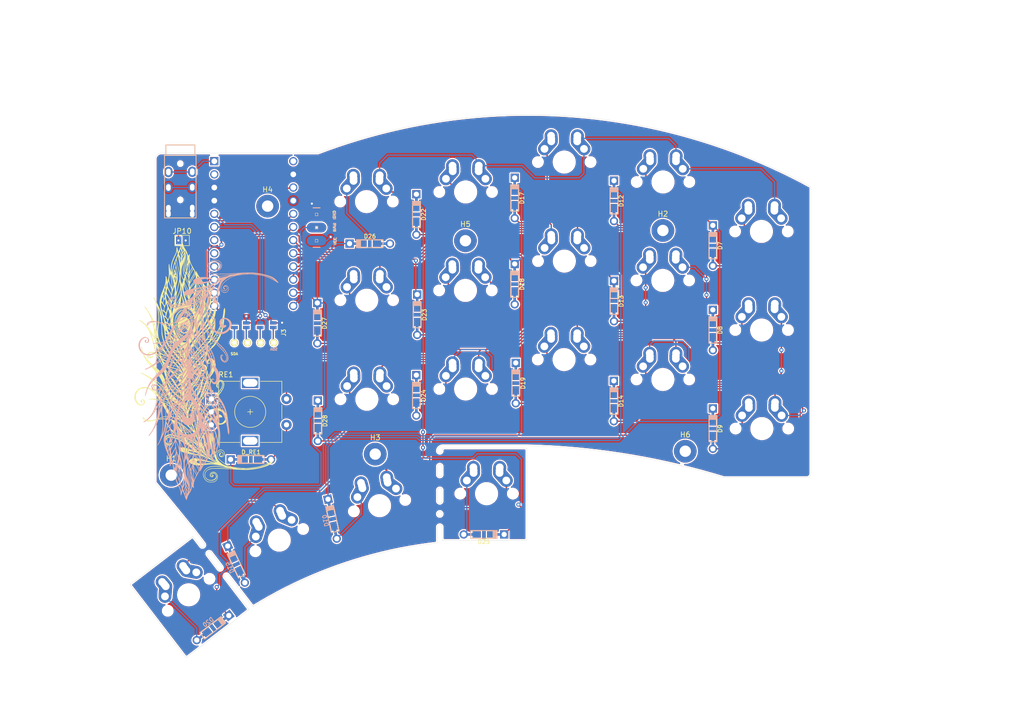
<source format=kicad_pcb>
(kicad_pcb (version 20210722) (generator pcbnew)
  (layers (0 "F.Cu" signal) (31 "B.Cu" signal) (34 "B.Paste" user) (35 "F.Paste" user) (36 "B.SilkS" user "B.Silkscreen") (37 "F.SilkS" user "F.Silkscreen") (38 "B.Mask" user) (39 "F.Mask" user) (44 "Edge.Cuts" user))
  (net 0 "")
  (net 1 "/Col1")
  (net 2 "Net-(D7-Pad2)")
  (net 3 "Net-(D8-Pad2)")
  (net 4 "Net-(D9-Pad2)")
  (net 5 "Net-(D10-Pad2)")
  (net 6 "/Col2")
  (net 7 "Net-(D12-Pad2)")
  (net 8 "Net-(D13-Pad2)")
  (net 9 "Net-(D14-Pad2)")
  (net 10 "Net-(D15-Pad2)")
  (net 11 "/Col3")
  (net 12 "Net-(D17-Pad2)")
  (net 13 "Net-(D18-Pad2)")
  (net 14 "Net-(D19-Pad2)")
  (net 15 "Net-(D20-Pad2)")
  (net 16 "/Col4")
  (net 17 "Net-(D22-Pad2)")
  (net 18 "Net-(D23-Pad2)")
  (net 19 "Net-(D24-Pad2)")
  (net 20 "/Col5")
  (net 21 "Net-(D26-Pad2)")
  (net 22 "Net-(D27-Pad2)")
  (net 23 "Net-(D28-Pad2)")
  (net 24 "/Row1")
  (net 25 "/Row2")
  (net 26 "/Row3")
  (net 27 "/Row4")
  (net 28 "/Serial")
  (net 29 "VCC")
  (net 30 "GND")
  (net 31 "Net-(J3-Pad4)")
  (net 32 "Net-(J3-Pad3)")
  (net 33 "Net-(J3-Pad2)")
  (net 34 "Net-(J3-Pad1)")
  (net 35 "SCL")
  (net 36 "SDA")
  (net 37 "/PWM")
  (net 38 "Net-(D_RE1-Pad2)")
  (net 39 "/RotA")
  (net 40 "/RotB")
  (net 41 "Net-(D25-Pad2)")
  (net 42 "Net-(JP10-Pad1)")
  (footprint "Keebio-Parts:Hybrid_PCB_100H_Dual_hole" (layer "F.Cu") (at 118.171223 145.022992 37.5)
    (fp_text reference "SW20" hide)
    (fp_text value "SW_PUSH" hide)
  )
  (footprint "promicro:ProMicro" (layer "F.Cu") (at 130.740968 75.269844 -90)
    (fp_text reference "U1" hide)
    (fp_text value "ProMicro")
  )
  (footprint "Keebio-Parts:Hybrid_PCB_100H_Dual_hole" (layer "F.Cu") (at 152.534645 88.134727)
    (fp_text reference "SW27" hide)
    (fp_text value "SW_PUSH" hide)
  )
  (footprint "Keebio-Parts:Hybrid_PCB_100H_Dual_hole" (layer "F.Cu") (at 190.61476 99.600009)
    (fp_text reference "SW19" hide)
    (fp_text value "SW_PUSH" hide)
  )
  (footprint "Keebio-Parts:Hybrid_PCB_100H_Dual_hole" (layer "F.Cu") (at 152.491001 69.099832)
    (fp_text reference "SW26" hide)
    (fp_text value "SW_PUSH" hide)
  )
  (footprint "Keebio-Parts:Hybrid_PCB_100H_Dual_hole" (layer "F.Cu") (at 171.577782 86.249207)
    (fp_text reference "SW23" hide)
    (fp_text value "SW_PUSH" hide)
  )
  (footprint "Keebio-Parts:Hybrid_PCB_100H_Dual_hole" (layer "F.Cu") (at 152.554023 107.260179)
    (fp_text reference "SW28" hide)
    (fp_text value "SW_PUSH" hide)
  )
  (footprint "Keebio-Parts:Hybrid_PCB_100H_Dual_hole" (layer "F.Cu") (at 171.624694 67.238582)
    (fp_text reference "SW22" hide)
    (fp_text value "SW_PUSH" hide)
  )
  (footprint "Keebio-Parts:Hybrid_PCB_100H_Dual_hole" (layer "F.Cu") (at 171.621427 105.284103)
    (fp_text reference "SW24" hide)
    (fp_text value "SW_PUSH" hide)
  )
  (footprint "Keebio-Parts:Hybrid_PCB_100H_Dual_hole" (layer "F.Cu") (at 209.702729 65.309418)
    (fp_text reference "SW12" hide)
    (fp_text value "SW_PUSH" hide)
  )
  (footprint "Keebio-Parts:Hybrid_PCB_100H_Dual_hole" (layer "F.Cu") (at 155.005398 127.813734 12.5)
    (fp_text reference "SW10" hide)
    (fp_text value "SW_PUSH" hide)
  )
  (footprint "Keebio-Parts:Hybrid_PCB_100H_Dual_hole" (layer "F.Cu") (at 228.777191 112.931435)
    (fp_text reference "SW9" hide)
    (fp_text value "SW_PUSH" hide)
  )
  (footprint "Keebio-Parts:Hybrid_PCB_100H_Dual_hole" (layer "F.Cu") (at 228.73355 93.896534)
    (fp_text reference "SW8" hide)
    (fp_text value "SW_PUSH" hide)
  )
  (footprint "Keebio-Parts:Diode-dual" (layer "F.Cu") (at 162.114161 71.581297 90)
    (fp_text reference "D22")
    (fp_text value "1N4148" hide)
  )
  (footprint "Keebio-Parts:Diode-dual" (layer "F.Cu") (at 181.28917 104.141131 90)
    (fp_text reference "D19")
    (fp_text value "1N4148" hide)
  )
  (footprint "Keebio-Parts:Diode-dual" (layer "F.Cu") (at 153.118369 77.212943 180)
    (fp_text reference "D26")
    (fp_text value "1N4148" hide)
  )
  (footprint "Keebio-Parts:Diode-dual" (layer "F.Cu") (at 143.092015 111.421782 90)
    (fp_text reference "D28")
    (fp_text value "1N4148" hide)
  )
  (footprint "Keebio-Parts:Diode-dual" (layer "F.Cu") (at 142.999847 92.568004 90)
    (fp_text reference "D27")
    (fp_text value "1N4148" hide)
  )
  (footprint "Keebio-Parts:Diode-dual" (layer "F.Cu") (at 200.213177 107.607103 90)
    (fp_text reference "D14")
    (fp_text value "1N4148" hide)
  )
  (footprint "Keebio-Parts:Diode-dual" (layer "F.Cu") (at 162.104377 106.5083 90)
    (fp_text reference "D24")
    (fp_text value "1N4148" hide)
  )
  (footprint "Keebio-Parts:Diode-dual" (layer "F.Cu") (at 219.320188 112.931435 90)
    (fp_text reference "D9")
    (fp_text value "1N4148" hide)
  )
  (footprint "Keebio-Parts:Hybrid_PCB_100H_Dual_hole" (layer "F.Cu") (at 190.642292 61.463929)
    (fp_text reference "SW17" hide)
    (fp_text value "SW_PUSH" hide)
  )
  (footprint "Keebio-Parts:Diode-dual" (layer "F.Cu") (at 200.242334 88.30054 90)
    (fp_text reference "D13")
    (fp_text value "1N4148" hide)
  )
  (footprint "Keebio-Parts:Hybrid_PCB_100H_Dual_hole" (layer "F.Cu") (at 135.654609 134.469673 25)
    (fp_text reference "SW15" hide)
    (fp_text value "SW_PUSH" hide)
  )
  (footprint "Keebio-Parts:Hybrid_PCB_100H_Dual_hole" (layer "F.Cu") (at 209.675192 103.44549)
    (fp_text reference "SW14" hide)
    (fp_text value "SW_PUSH" hide)
  )
  (footprint "Keebio-Parts:Hybrid_PCB_100H_Dual_hole" (layer "F.Cu") (at 228.689902 74.861632)
    (fp_text reference "SW7" hide)
    (fp_text value "SW_PUSH" hide)
  )
  (footprint "Keebio-Parts:Diode-dual" (layer "F.Cu") (at 181.083769 68.399142 90)
    (fp_text reference "D17")
    (fp_text value "1N4148" hide)
  )
  (footprint "Keebio-Parts:Diode-dual" (layer "F.Cu") (at 219.320189 93.896535 90)
    (fp_text reference "D8")
    (fp_text value "1N4148" hide)
  )
  (footprint "Keebio-Parts:Hybrid_PCB_100H_Dual_hole" (layer "F.Cu") (at 190.661675 80.58938)
    (fp_text reference "SW18" hide)
    (fp_text value "SW_PUSH" hide)
  )
  (footprint "Keebio-Parts:Diode-dual" (layer "F.Cu") (at 162.266117 90.936384 90)
    (fp_text reference "D23")
    (fp_text value "1N4148" hide)
  )
  (footprint "Keebio-Parts:Diode-dual" (layer "F.Cu") (at 181.08377 85.036143 90)
    (fp_text reference "D18")
    (fp_text value "1N4148" hide)
  )
  (footprint "Keebio-Parts:Diode-dual" (layer "F.Cu") (at 200.242333 68.957942 90)
    (fp_text reference "D12")
    (fp_text value "1N4148" hide)
  )
  (footprint "Keebio-Parts:Diode-dual" (layer "F.Cu") (at 219.32019 77.592116 90)
    (fp_text reference "D7")
    (fp_text value "1N4148" hide)
  )
  (footprint "Keebio-Parts:TRRS-PJ-320A" (layer "F.Cu") (at 116.567769 60.144144)
    (fp_text reference "J1")
    (fp_text value "AudioJack4")
  )
  (footprint "SparkFun-Passives:PAD-JUMPER-2-NO_NO_SILK" (layer "F.Cu") (at 134.500169 92.960943 -90)
    (fp_text reference "JP1" hide)
    (fp_text value "Jumper_NO_Small" hide)
  )
  (footprint "SparkFun-Passives:PAD-JUMPER-2-NO_NO_SILK" (layer "F.Cu") (at 131.960168 92.960944 -90)
    (fp_text reference "JP2" hide)
    (fp_text value "Jumper_NO_Small" hide)
  )
  (footprint "SparkFun-Passives:PAD-JUMPER-2-NO_NO_SILK" (layer "F.Cu") (at 129.293169 92.960944 -90)
    (fp_text reference "JP3" hide)
    (fp_text value "Jumper_NO_Small" hide)
  )
  (footprint "SparkFun-Passives:PAD-JUMPER-2-NO_NO_SILK" (layer "F.Cu") (at 127.007168 92.960944 -90)
    (fp_text reference "JP4" hide)
    (fp_text value "Jumper_NO_Small" hide)
  )
  (footprint "usbc_footprint:OLED_4Pin_outline" (layer "F.Cu") (at 134.601768 96.339143 180)
    (fp_text reference "J3")
    (fp_text value "Conn_01x04" hide)
  )
  (footprint "SparkFun-Connectors:1X03_LONGPADS" (layer "F.Cu") (at 142.85677 71.574144 -90)
    (fp_text reference "PWM_PAD2" hide)
    (fp_text value "Conn_01x03" hide)
  )
  (footprint "Keebio-Parts:Diode-dual" (layer "F.Cu") (at 130.169999 118.884001 180)
    (fp_text reference "D_RE1")
    (fp_text value "1N4148" hide)
  )
  (footprint "Rotary_Encoder:RotaryEncoder_Alps_EC11E-Switch_Vertical_H20mm" (layer "F.Cu") (at 122.55 107.2)
    (fp_text reference "RE1")
    (fp_text value "Rotary_Encoder_Switch")
  )
  (footprint "MountingHole:MountingHole_2.2mm_M2_Pad" (layer "F.Cu") (at 209.675193 74.672944)
    (fp_text reference "H2")
    (fp_text value "MountingHole")
  )
  (footprint "MountingHole:MountingHole_2.2mm_M2_Pad" (layer "F.Cu") (at 133.407968 69.973943)
    (fp_text reference "H4")
    (fp_text value "MountingHole")
  )
  (footprint "MountingHole:MountingHole_2.2mm_M2_Pad" (layer "F.Cu") (at 171.577783 76.654143)
    (fp_text reference "H5")
    (fp_text value "MountingHole")
  )
  (footprint "Keebio-Parts:Hybrid_PCB_100H_Dual_hole" (layer "F.Cu") (at 209.65582 84.320046)
    (fp_text reference "SW13" hide)
    (fp_text value "SW_PUSH" hide)
  )
  (footprint "personal-logo:peacock-medium" (layer "F.Cu") (at 118.4 102.5 30)
    (fp_text reference "LOGO3")
    (fp_text value "LOGO-OTL" hide)
  )
  (footprint "Keebio-Parts:Hybrid_PCB_100H_Dual_hole" (layer "F.Cu") (at 175.656513 125.490813)
    (fp_text reference "SW25" hide)
    (fp_text value "SW_PUSH" hide)
  )
  (footprint "MountingHole:MountingHole_2.2mm_M2_Pad" (layer "F.Cu") (at 214 117.3)
    (fp_text reference "H6")
    (fp_text value "MountingHole")
  )
  (footprint "Keebio-Parts:Diode-dual" (layer "F.Cu") (at 175.148514 133.364814)
    (fp_text reference "D25")
    (fp_text value "1N4148" hide)
  )
  (footprint "User-Submitted:SolderJumper-flip-2_P1.3mm_Open_Pad1.0x1.5mm" (layer "F.Cu") (at 116.9 76.6)
    (fp_text reference "JP10")
    (fp_text value "Jumper_NO_Small")
  )
  (footprint "MountingHole:MountingHole_2.2mm_M2_Pad" (layer "F.Cu") (at 114.808 121.92)
    (fp_text reference "H1")
    (fp_text value "MountingHole")
  )
  (footprint "MountingHole:MountingHole_2.2mm_M2_Pad" (layer "F.Cu") (at 154.178 117.856)
    (fp_text reference "H3")
    (fp_text value "MountingHole")
  )
  (footprint "Keebio-Parts:Diode-dual" (layer "B.Cu") (at 122.824514 151.398813 37.5)
    (fp_text reference "D20")
    (fp_text value "1N4148" hide)
  )
  (footprint "Keebio-Parts:Diode-dual" (layer "B.Cu") (at 127.362767 139.138143 115)
    (fp_text reference "D15")
    (fp_text value "1N4148" hide)
  )
  (footprint "Keebio-Parts:Diode-dual" (layer "B.Cu") (at 145.904769 130.375141 102.5)
    (fp_text reference "D10")
    (fp_text value "1N4148" hide)
  )
  (footprint "Keebio-Parts:TRRS-PJ-320A" (layer "B.Cu") (at 116.567769 60.180142 180)
    (fp_text reference "J2")
    (fp_text value "AudioJack4")
  )
  (footprint "SparkFun-Passives:PAD-JUMPER-2-NO_NO_SILK" (layer "B.Cu") (at 134.500169 92.960943 -90)
    (fp_text reference "JP5" hide)
    (fp_text value "Jumper_NO_Small" hide)
  )
  (footprint "SparkFun-Passives:PAD-JUMPER-2-NO_NO_SILK" (layer "B.Cu") (at 131.960168 92.960944 -90)
    (fp_text reference "JP6" hide)
    (fp_text value "Jumper_NO_Small" hide)
  )
  (footprint "SparkFun-Passives:PAD-JUMPER-2-NO_NO_SILK" (layer "B.Cu") (at 129.293169 92.960944 -90)
    (fp_text reference "JP7" hide)
    (fp_text value "Jumper_NO_Small" hide)
  )
  (footprint "SparkFun-Passives:PAD-JUMPER-2-NO_NO_SILK" (layer "B.Cu") (at 127.007168 92.960944 -90)
    (fp_text reference "JP8" hide)
    (fp_text value "Jumper_NO_Small")
  )
  (footprint "SparkFun-Connectors:1X03_LONGPADS" (layer "B.Cu") (at 142.85677 71.574144 -90)
    (fp_text reference "PWM_PAD1" hide)
    (fp_text value "Conn_01x03" hide)
  )
  (footprint "personal-logo:peacock-medium" (layer "B.Cu") (at 119.2 101.2 -30)
    (fp_text reference "LOGO4")
    (fp_text value "LOGO-OTL" hide)
  )
  (gr_line (start 238.174768 66.240143) (end 238.174768 121.612145) (layer "Edge.Cuts") (width 0.05))
  (gr_line (start 121.74777 59.763143) (end 134.34777 59.763143) (layer "Edge.Cuts") (width 0.05))
  (gr_line (start 112.747768 59.763143) (end 121.74777 59.763143) (layer "Edge.Cuts") (width 0.05))
  (gr_arc (start 167.227334 117.315219) (end 167.259 116.205) (angle -86.93830331) (layer "Edge.Cuts") (width 0.05))
  (gr_arc (start 237.412768 121.612143) (end 237.412768 122.374143) (angle -90) (layer "Edge.Cuts") (width 0.05))
  (gr_line (start 119.883695 134.988492) (end 120.419392 135.693839) (layer "Edge.Cuts") (width 0.05))
  (gr_arc (start 166.628391 121.7963) (end 166.12039 121.7963) (angle -180) (layer "Edge.Cuts") (width 0.05))
  (gr_line (start 167.136391 116.7163) (end 167.13639 117.2243) (layer "Edge.Cuts") (width 0.05))
  (gr_line (start 129.039513 145.251625) (end 130.585767 147.266743) (layer "Edge.Cuts") (width 0.05))
  (gr_arc (start 166.62839 117.224299) (end 166.120391 117.2243) (angle -180) (layer "Edge.Cuts") (width 0.05))
  (gr_line (start 127.493259 143.236508) (end 129.039513 145.251625) (layer "Edge.Cuts") (width 0.05))
  (gr_arc (start 166.62839 120.272299) (end 167.136391 120.272299) (angle -180) (layer "Edge.Cuts") (width 0.05))
  (gr_line (start 183.392391 134.4963) (end 167.136391 134.4963) (layer "Edge.Cuts") (width 0.05))
  (gr_line (start 122.545248 136.788133) (end 124.627198 139.508595) (layer "Edge.Cuts") (width 0.05))
  (gr_arc (start 183.634033 165.984052) (end 238.174768 66.240143) (angle -49.543439) (layer "Edge.Cuts") (width 0.05))
  (gr_line (start 126.256256 141.624414) (end 127.493259 143.236508) (layer "Edge.Cuts") (width 0.05))
  (gr_line (start 166.120391 120.2723) (end 166.12039 121.7963) (layer "Edge.Cuts") (width 0.05))
  (gr_line (start 117.689016 157.162768) (end 129.77972 147.885244) (layer "Edge.Cuts") (width 0.05))
  (gr_line (start 125.864202 141.120689) (end 126.256256 141.624414) (layer "Edge.Cuts") (width 0.05))
  (gr_arc (start 125.461178 141.42994) (end 125.864202 141.120689) (angle -180) (layer "Edge.Cuts") (width 0.05))
  (gr_arc (start 166.628391 129.416299) (end 167.136391 129.4163) (angle -180) (layer "Edge.Cuts") (width 0.05))
  (gr_line (start 119.143488 132.354873) (end 111.764391 123.320299) (layer "Edge.Cuts") (width 0.05))
  (gr_line (start 183.39239 116.716299) (end 183.392391 134.4963) (layer "Edge.Cuts") (width 0.05))
  (gr_line (start 121.7392 137.406633) (end 123.821152 140.127097) (layer "Edge.Cuts") (width 0.05))
  (gr_arc (start 166.628391 131.9563) (end 167.136391 131.9563) (angle -180) (layer "Edge.Cuts") (width 0.05))
  (gr_arc (start 166.628391 129.416299) (end 167.136391 129.4163) (angle 180) (layer "Edge.Cuts") (width 0.05))
  (gr_line (start 128.233466 145.870127) (end 126.687212 143.855009) (layer "Edge.Cuts") (width 0.05))
  (gr_line (start 126.687212 143.855009) (end 125.45021 142.242916) (layer "Edge.Cuts") (width 0.05))
  (gr_arc (start 124.224175 139.817846) (end 124.627198 139.508595) (angle 180) (layer "Edge.Cuts") (width 0.05))
  (gr_arc (start 175.639793 220.208112) (end 166.12039 135.0043) (angle -25.32763068) (layer "Edge.Cuts") (width 0.05))
  (gr_line (start 183.392391 116.2083) (end 167.259 116.205) (layer "Edge.Cuts") (width 0.05))
  (gr_line (start 121.225439 135.075337) (end 120.689742 134.369991) (layer "Edge.Cuts") (width 0.05))
  (gr_arc (start 166.628391 126.8763) (end 166.120391 126.8763) (angle -180) (layer "Edge.Cuts") (width 0.05))
  (gr_line (start 167.136391 120.272299) (end 167.136391 121.7963) (layer "Edge.Cuts") (width 0.05))
  (gr_line (start 120.689742 134.369991) (end 119.143488 132.354873) (layer "Edge.Cuts") (width 0.05))
  (gr_line (start 118.955942 133.779422) (end 107.268261 142.747696) (layer "Edge.Cuts") (width 0.05))
  (gr_line (start 167.136391 124.8443) (end 167.136391 126.8763) (layer "Edge.Cuts") (width 0.05))
  (gr_line (start 183.39239 116.716299) (end 167.136391 116.7163) (layer "Edge.Cuts") (width 0.05))
  (gr_line (start 166.120391 131.9563) (end 166.12039 135.0043) (layer "Edge.Cuts") (width 0.05))
  (gr_line (start 221.492391 122.374143) (end 237.412768 122.374143) (layer "Edge.Cuts") (width 0.05))
  (gr_arc (start 122.142224 137.097383) (end 121.7392 137.406633) (angle 180) (layer "Edge.Cuts") (width 0.05))
  (gr_line (start 125.058155 141.739191) (end 125.45021 142.242916) (layer "Edge.Cuts") (width 0.05))
  (gr_line (start 107.268261 142.747696) (end 106.865237 143.056946) (layer "Edge.Cuts") (width 0.05))
  (gr_line (start 166.12039 124.8443) (end 166.120391 126.8763) (layer "Edge.Cuts") (width 0.05))
  (gr_arc (start 180.158858 256.985708) (end 221.492391 122.374143) (angle -15.75371121) (layer "Edge.Cuts") (width 0.05))
  (gr_arc (start 112.904784 60.894156) (end 112.747768 59.763143) (angle -79.19200433) (layer "Edge.Cuts") (width 0.05))
  (gr_line (start 111.764391 123.320299) (end 111.764391 60.836299) (layer "Edge.Cuts") (width 0.05))
  (gr_line (start 106.865237 143.056946) (end 117.689016 157.162768) (layer "Edge.Cuts") (width 0.05))
  (gr_arc (start 120.822416 135.384588) (end 121.225439 135.075337) (angle 180) (layer "Edge.Cuts") (width 0.05))
  (gr_line (start 129.77972 147.885244) (end 128.233466 145.870127) (layer "Edge.Cuts") (width 0.05))
  (gr_line (start 167.136391 134.4963) (end 167.136391 131.9563) (layer "Edge.Cuts") (width 0.05))
  (gr_line (start 119.883695 134.988492) (end 118.955942 133.779422) (layer "Edge.Cuts") (width 0.05))
  (gr_line (start 134.34777 59.763143) (end 143.129 59.763143) (layer "Edge.Cuts") (width 0.05))
  (gr_arc (start 166.628391 124.8443) (end 167.136391 124.8443) (angle -180) (layer "Edge.Cuts") (width 0.05))
  (gr_text "SDA" (at 134.601768 97.609143) (layer "B.SilkS") (effects (font (size 0.5 0.5) (thickness 0.125)) (justify mirror)))
  (gr_text "GND" (at 146.285768 71.828143 270) (layer "B.SilkS") (effects (font (size 0.5 0.5) (thickness 0.125)) (justify mirror)))
  (gr_text "VCC" (at 146.412768 76.654143 270) (layer "B.SilkS") (effects (font (size 0.5 0.5) (thickness 0.125)) (justify mirror)))
  (gr_text "PWM" (at 146.285767 73.987143 270) (layer "B.SilkS") (effects (font (size 0.5 0.5) (thickness 0.125)) (justify mirror)))
  (gr_text "PWM" (at 146.285768 74.114144 270) (layer "F.SilkS") (effects (font (size 0.5 0.5) (thickness 0.125))))
  (gr_text "VCC" (at 146.412768 76.781143 90) (layer "F.SilkS") (effects (font (size 0.5 0.5) (thickness 0.125))))
  (gr_text "GND" (at 146.285769 71.574143 90) (layer "F.SilkS") (effects (font (size 0.5 0.5) (thickness 0.125))))
  (gr_text "SDA" (at 126.981769 98.498143) (layer "F.SilkS") (effects (font (size 0.5 0.5) (thickness 0.125))))
  (segment (start 219.32019 73.692116) (end 219.32019 76.192115) (width 0.25) (layer "F.Cu") (net 1))
  (segment (start 162.750642 78.859677) (end 167.978779 73.631544) (width 0.25) (layer "F.Cu") (net 1))
  (segment (start 219.32019 73.692116) (end 218.821962 74.190344) (width 0.25) (layer "F.Cu") (net 1))
  (segment (start 140.680804 78.859676) (end 162.750642 78.859677) (width 0.25) (layer "F.Cu") (net 1))
  (segment (start 169.40963 72.2) (end 176.135718 72.2) (width 0.25) (layer "F.Cu") (net 1))
  (segment (start 199.865387 74.146) (end 203.785629 74.146) (width 0.25) (layer "F.Cu") (net 1))
  (segment (start 138.360969 76.539843) (end 140.680804 78.859676) (width 0.25) (layer "F.Cu") (net 1))
  (segment (start 203.785629 74.146) (end 206.931629 71) (width 0.25) (layer "F.Cu") (net 1))
  (segment (start 167.978779 73.631544) (end 167.978779 73.630851) (width 0.25) (layer "F.Cu") (net 1))
  (segment (start 184.133177 73.631543) (end 185.769798 71.994924) (width 0.25) (layer "F.Cu") (net 1))
  (segment (start 176.135718 72.2) (end 177.567261 73.631543) (width 0.25) (layer "F.Cu") (net 1))
  (segment (start 167.978779 73.630851) (end 169.40963 72.2) (width 0.25) (layer "F.Cu") (net 1))
  (segment (start 216.628074 71) (end 219.32019 73.692116) (width 0.25) (layer "F.Cu") (net 1))
  (segment (start 177.567261 73.631543) (end 184.133177 73.631543) (width 0.25) (layer "F.Cu") (net 1))
  (segment (start 185.769798 71.994924) (end 197.714311 71.994922) (width 0.25) (layer "F.Cu") (net 1))
  (segment (start 197.714311 71.994922) (end 199.865387 74.146) (width 0.25) (layer "F.Cu") (net 1))
  (segment (start 206.931629 71) (end 216.628074 71) (width 0.25) (layer "F.Cu") (net 1))
  (segment (start 219.32019 73.692116) (end 220.656968 75.028894) (width 0.25) (layer "B.Cu") (net 1))
  (segment (start 145.060655 116.410781) (end 146.772396 114.69904) (width 0.25) (layer "B.Cu") (net 1))
  (segment (start 220.656968 110.194655) (end 219.32019 111.531435) (width 0.25) (layer "B.Cu") (net 1))
  (segment (start 204.896971 111.531435) (end 219.320188 111.531435) (width 0.25) (layer "B.Cu") (net 1))
  (segment (start 220.55758 91.259144) (end 219.320189 92.496534) (width 0.25) (layer "B.Cu") (net 1))
  (segment (start 220.656968 75.028894) (end 220.656967 91.259144) (width 0.25) (layer "B.Cu") (net 1))
  (segment (start 146.772396 114.69904) (end 162.179081 114.69904) (width 0.25) (layer "B.Cu") (net 1))
  (segment (start 220.656967 91.259144) (end 220.55758 91.259144) (width 0.25) (layer "B.Cu") (net 1))
  (segment (start 145.060655 126.567588) (end 145.060655 116.410781) (width 0.25) (layer "B.Cu") (net 1))
  (segment (start 220.656967 91.259144) (end 220.656967 108.962943) (width 0.25) (layer "B.Cu") (net 1))
  (segment (start 162.711892 115.231851) (end 201.196555 115.231851) (width 0.25) (layer "B.Cu") (net 1))
  (segment (start 162.179081 114.69904) (end 162.711892 115.231851) (width 0.25) (layer "B.Cu") (net 1))
  (segment (start 201.196555 115.231851) (end 204.896971 111.531435) (width 0.25) (layer "B.Cu") (net 1))
  (segment (start 220.656967 108.962943) (end 220.656968 110.194655) (width 0.25) (layer "B.Cu") (net 1))
  (segment (start 223.921596 81.492115) (end 219.320189 81.492117) (width 0.25) (layer "F.Cu") (net 2))
  (segment (start 225.387902 70.543634) (end 225.387902 80.02581) (width 0.25) (layer "F.Cu") (net 2))
  (segment (start 226.149901 69.781633) (end 226.149902 71.051634) (width 1) (layer "F.Cu") (net 2))
  (segment (start 225.387902 80.02581) (end 223.921596 81.492115) (width 0.25) (layer "F.Cu") (net 2))
  (segment (start 224.879901 72.321633) (end 224.371903 71.813632) (width 0.25) (layer "F.Cu") (net 2))
  (segment (start 226.149902 71.051634) (end 224.879901 72.321633) (width 1) (layer "F.Cu") (net 2))
  (segment (start 226.193549 88.816535) (end 226.193549 90.086535) (width 0.25) (layer "F.Cu") (net 3))
  (segment (start 224.307977 96.396534) (end 219.320188 96.396534) (width 0.25) (layer "F.Cu") (net 3))
  (segment (start 224.923549 95.780963) (end 224.307977 96.396534) (width 0.25) (layer "F.Cu") (net 3))
  (segment (start 226.193549 90.086535) (end 224.92355 91.356534) (width 0.25) (layer "F.Cu") (net 3))
  (segment (start 224.923549 91.356534) (end 224.923549 95.780963) (width 0.25) (layer "F.Cu") (net 3))
  (segment (start 225.01355 89.996536) (end 226.193549 88.816535) (width 0.25) (layer "F.Cu") (net 3))
  (segment (start 224.967191 109.121435) (end 226.237191 107.851435) (width 0.25) (layer "F.Cu") (net 4))
  (segment (start 224.967192 114.38092) (end 222.516678 116.831433) (width 0.25) (layer "F.Cu") (net 4))
  (segment (start 224.967191 110.391435) (end 224.967192 114.38092) (width 0.25) (layer "F.Cu") (net 4))
  (segment (start 222.516678 116.831433) (end 219.32019 116.831434) (width 0.25) (layer "F.Cu") (net 4))
  (segment (start 224.967191 110.391435) (end 224.967191 109.121435) (width 0.25) (layer "F.Cu") (net 4))
  (segment (start 226.237192 107.851434) (end 226.237192 106.63392) (width 0.25) (layer "B.Cu") (net 4))
  (segment (start 151.426093 125.468437) (end 150.735954 126.158577) (width 1) (layer "F.Cu") (net 5))
  (segment (start 151.426093 123.403907) (end 150.88829 123.403908) (width 1) (layer "F.Cu") (net 5))
  (segment (start 150.847081 124.312771) (end 150.847082 126.529056) (width 0.25) (layer "F.Cu") (net 5))
  (segment (start 151.426093 123.403907) (end 151.426093 125.468437) (width 1) (layer "F.Cu") (net 5))
  (segment (start 150.481641 130.44994) (end 146.748882 134.182699) (width 0.25) (layer "B.Cu") (net 5))
  (segment (start 150.483387 130.449941) (end 151.482514 129.450813) (width 0.25) (layer "B.Cu") (net 5))
  (segment (start 151.482514 129.450813) (end 151.482515 126.905137) (width 0.25) (layer "B.Cu") (net 5))
  (segment (start 150.481641 130.44994) (end 150.483387 130.449941) (width 0.25) (layer "B.Cu") (net 5))
  (segment (start 151.482515 126.905137) (end 150.735954 126.158577) (width 0.25) (layer "B.Cu") (net 5))
  (segment (start 138.360968 79.079843) (end 138.590815 79.309687) (width 0.25) (layer "F.Cu") (net 6))
  (segment (start 199.415378 83.573587) (end 200.242332 84.400541) (width 0.25) (layer "F.Cu") (net 6))
  (segment (start 169.597212 72.64952) (end 175.94952 72.64952) (width 0.25) (layer "F.Cu") (net 6))
  (segment (start 175.94952 72.64952) (end 177.381553 74.081553) (width 0.25) (layer "F.Cu") (net 6))
  (segment (start 199.415378 74.332402) (end 199.415378 83.573587) (width 0.25) (layer "F.Cu") (net 6))
  (segment (start 197.527911 72.444934) (end 199.415378 74.332402) (width 0.25) (layer "F.Cu") (net 6))
  (segment (start 162.937045 79.309687) (end 169.597212 72.64952) (width 0.25) (layer "F.Cu") (net 6))
  (segment (start 138.590815 79.309687) (end 162.937045 79.309687) (width 0.25) (layer "F.Cu") (net 6))
  (segment (start 177.381553 74.081553) (end 184.342157 74.081553) (width 0.25) (layer "F.Cu") (net 6))
  (segment (start 185.978778 72.444934) (end 197.527911 72.444934) (width 0.25) (layer "F.Cu") (net 6))
  (segment (start 184.342157 74.081553) (end 185.978778 72.444934) (width 0.25) (layer "F.Cu") (net 6))
  (segment (start 201.556168 103.980076) (end 201.556168 114.236523) (width 0.25) (layer "B.Cu") (net 6))
  (segment (start 201.556168 85.586705) (end 200.242334 86.900542) (width 0.25) (layer "B.Cu") (net 6))
  (segment (start 144.611135 116.224583) (end 144.611135 123.924596) (width 0.25) (layer "B.Cu") (net 6))
  (segment (start 144.917859 115.917859) (end 144.611135 116.224583) (width 0.25) (layer "B.Cu") (net 6))
  (segment (start 201.556167 104.86411) (end 200.213179 106.207103) (width 0.25) (layer "B.Cu") (net 6))
  (segment (start 201.556168 103.980076) (end 201.556167 104.86411) (width 0.25) (layer "B.Cu") (net 6))
  (segment (start 146.586198 114.24952) (end 144.917859 115.917859) (width 0.25) (layer "B.Cu") (net 6))
  (segment (start 201.556168 114.236523) (end 201.01036 114.782331) (width 0.25) (layer "B.Cu") (net 6))
  (segment (start 132.76717 124.823564) (end 125.714559 131.876175) (width 0.25) (layer "B.Cu") (net 6))
  (segment (start 200.242333 66.457943) (end 201.556168 67.77178) (width 0.25) (layer "B.Cu") (net 6))
  (segment (start 201.556168 82.165942) (end 201.556168 85.586705) (width 0.25) (layer "B.Cu") (net 6))
  (segment (start 201.556168 82.165942) (end 201.556168 103.980076) (width 0.25) (layer "B.Cu") (net 6))
  (segment (start 144.611135 123.924596) (end 143.712168 124.823563) (width 0.25) (layer "B.Cu") (net 6))
  (segment (start 125.714559 131.876175) (end 125.714557 134.461754) (width 0.25) (layer "B.Cu") (net 6))
  (segment (start 201.556168 67.77178) (end 201.556168 82.165942) (width 0.25) (layer "B.Cu") (net 6))
  (segment (start 201.01036 114.782331) (end 162.89809 114.782331) (width 0.25) (layer "B.Cu") (net 6))
  (segment (start 162.365279 114.24952) (end 146.586198 114.24952) (width 0.25) (layer "B.Cu") (net 6))
  (segment (start 162.89809 114.782331) (end 162.365279 114.24952) (width 0.25) (layer "B.Cu") (net 6))
  (segment (start 125.714557 134.461754) (end 125.714559 135.603543) (width 0.25) (layer "B.Cu") (net 6))
  (segment (start 143.712168 124.823563) (end 132.76717 124.823564) (width 0.25) (layer "B.Cu") (net 6))
  (segment (start 206.400729 60.991419) (end 206.400729 70.895182) (width 0.25) (layer "F.Cu") (net 7))
  (segment (start 201.080871 73.69648) (end 200.20997 72.825579) (width 0.25) (layer "F.Cu") (net 7))
  (segment (start 200.20997 72.825579) (end 200.20997 71.457942) (width 0.25) (layer "F.Cu") (net 7))
  (segment (start 203.599431 73.69648) (end 201.080871 73.69648) (width 0.25) (layer "F.Cu") (net 7))
  (segment (start 207.162729 60.229418) (end 207.16273 61.499417) (width 1) (layer "F.Cu") (net 7))
  (segment (start 207.16273 61.499417) (end 205.892729 62.769418) (width 1) (layer "F.Cu") (net 7))
  (segment (start 206.400729 70.895182) (end 203.599431 73.69648) (width 0.25) (layer "F.Cu") (net 7))
  (segment (start 206.353817 88.595094) (end 206.353818 89.560292) (width 0.25) (layer "F.Cu") (net 8))
  (segment (start 206.353818 89.560292) (end 203.71357 92.20054) (width 0.25) (layer "F.Cu") (net 8))
  (segment (start 207.115818 80.510045) (end 205.84582 81.780044) (width 0.25) (layer "F.Cu") (net 8))
  (segment (start 206.353818 80.002045) (end 207.115819 79.240046) (width 0.25) (layer "F.Cu") (net 8))
  (segment (start 203.71357 92.20054) (end 200.242333 92.20054) (width 0.25) (layer "F.Cu") (net 8))
  (segment (start 206.353818 80.002045) (end 206.353818 85.699493) (width 0.25) (layer "F.Cu") (net 8))
  (segment (start 207.115819 79.240046) (end 207.115818 80.510045) (width 0.25) (layer "F.Cu") (net 8))
  (via (at 206.353817 88.595094) (size 0.8) (drill 0.4) (layers "F.Cu" "B.Cu") (net 8))
  (via (at 206.353818 85.699493) (size 0.8) (drill 0.4) (layers "F.Cu" "B.Cu") (net 8))
  (segment (start 206.353818 85.699493) (end 206.353817 88.595094) (width 0.25) (layer "B.Cu") (net 8))
  (segment (start 205.865193 99.635491) (end 207.135193 98.365489) (width 0.25) (layer "F.Cu") (net 9))
  (segment (start 206.373194 99.127491) (end 206.373194 109.657721) (width 0.25) (layer "F.Cu") (net 9))
  (segment (start 204.523809 111.507102) (end 200.213179 111.507103) (width 0.25) (layer "F.Cu") (net 9))
  (segment (start 206.373194 109.657721) (end 204.523809 111.507102) (width 0.25) (layer "F.Cu") (net 9))
  (segment (start 205.865192 100.90549) (end 205.865193 99.635491) (width 0.25) (layer "F.Cu") (net 9))
  (segment (start 207.9 96) (end 213.5 96) (width 0.25) (layer "B.Cu") (net 9))
  (segment (start 207.135192 96.764808) (end 207.9 96) (width 0.25) (layer "B.Cu") (net 9))
  (segment (start 207.135192 98.36549) (end 207.135192 96.764808) (width 0.25) (layer "B.Cu") (net 9))
  (segment (start 214.675192 97.175192) (end 214.675192 99.64549) (width 0.25) (layer "B.Cu") (net 9))
  (segment (start 213.5 96) (end 214.675192 97.175192) (width 0.25) (layer "B.Cu") (net 9))
  (segment (start 131.205686 130.93908) (end 131.205687 133.700268) (width 1) (layer "F.Cu") (net 10))
  (segment (start 129.384229 142.299493) (end 129.010979 142.672742) (width 0.25) (layer "F.Cu") (net 10))
  (segment (start 131.205687 133.700268) (end 131.128127 133.777828) (width 1) (layer "F.Cu") (net 10))
  (segment (start 129.010978 135.894975) (end 129.010978 142.672743) (width 0.25) (layer "B.Cu") (net 10))
  (segment (start 131.205686 130.93908) (end 130.832048 130.291919) (width 0.25) (layer "B.Cu") (net 10))
  (segment (start 131.128126 133.777827) (end 129.010978 135.894975) (width 0.25) (layer "B.Cu") (net 10))
  (segment (start 179.089599 74.531566) (end 180.26378 75.705743) (width 0.25) (layer "F.Cu") (net 11))
  (segment (start 138.36097 81.619844) (end 139.390254 81.619844) (width 0.25) (layer "F.Cu") (net 11))
  (segment (start 123.58439 146.690443) (end 123.584391 143.5083) (width 0.25) (layer "F.Cu") (net 11))
  (segment (start 180.26378 80.316153) (end 181.083768 81.136143) (width 0.25) (layer "F.Cu") (net 11))
  (segment (start 163.123442 79.759698) (end 168.241572 74.641572) (width 0.25) (layer "F.Cu") (net 11))
  (segment (start 180.26378 75.705743) (end 180.26378 80.316153) (width 0.25) (layer "F.Cu") (net 11))
  (segment (start 175.635908 73.09904) (end 177.068434 74.531566) (width 0.25) (layer "F.Cu") (net 11))
  (segment (start 139.390254 81.619844) (end 141.2504 79.759698) (width 0.25) (layer "F.Cu") (net 11))
  (segment (start 125.918592 149.024644) (end 123.58439 146.690443) (width 0.25) (layer "F.Cu") (net 11))
  (segment (start 177.068434 74.531566) (end 179.089599 74.531566) (width 0.25) (layer "F.Cu") (net 11))
  (segment (start 169.783409 73.09904) (end 175.635908 73.09904) (width 0.25) (layer "F.Cu") (net 11))
  (segment (start 168.241572 74.641572) (end 168.241572 74.640877) (width 0.25) (layer "F.Cu") (net 11))
  (segment (start 168.241572 74.640877) (end 169.783409 73.09904) (width 0.25) (layer "F.Cu") (net 11))
  (segment (start 141.2504 79.759698) (end 163.123442 79.759698) (width 0.25) (layer "F.Cu") (net 11))
  (via (at 123.584391 143.5083) (size 0.8) (drill 0.4) (layers "F.Cu" "B.Cu") (net 11))
  (segment (start 144.161615 116.038386) (end 144.161615 123.738398) (width 0.25) (layer "B.Cu") (net 11))
  (segment (start 163.084288 114.332811) (end 162.551477 113.8) (width 0.25) (layer "B.Cu") (net 11))
  (segment (start 125.696134 139.969012) (end 124.142872 141.160872) (width 0.25) (layer "B.Cu") (net 11))
  (segment (start 124.142872 141.160872) (end 124.142872 142.949819) (width 0.25) (layer "B.Cu") (net 11))
  (segment (start 132.58077 124.373553) (end 124.326896 132.627429) (width 0.25) (layer "B.Cu") (net 11))
  (segment (start 182.413682 104.197235) (end 182.413682 113.479009) (width 0.25) (layer "B.Cu") (net 11))
  (segment (start 124.326896 137.150804) (end 125.784391 138.608299) (width 0.25) (layer "B.Cu") (net 11))
  (segment (start 124.326896 132.627429) (end 124.326896 137.150804) (width 0.25) (layer "B.Cu") (net 11))
  (segment (start 182.404568 101.625734) (end 182.404569 104.188122) (width 0.25) (layer "B.Cu") (net 11))
  (segment (start 181.083768 65.899143) (end 182.404569 67.219943) (width 0.25) (layer "B.Cu") (net 11))
  (segment (start 182.413682 113.479009) (end 181.55988 114.332811) (width 0.25) (layer "B.Cu") (net 11))
  (segment (start 181.55988 114.332811) (end 163.084288 114.332811) (width 0.25) (layer "B.Cu") (net 11))
  (segment (start 182.404569 79.956141) (end 182.404568 101.625734) (width 0.25) (layer "B.Cu") (net 11))
  (segment (start 182.404568 101.625734) (end 181.289172 102.741129) (width 0.25) (layer "B.Cu") (net 11))
  (segment (start 125.784391 139.298633) (end 125.696134 139.969012) (width 0.25) (layer "B.Cu") (net 11))
  (segment (start 182.404569 104.188122) (end 182.404569 104.467142) (width 0.25) (layer "B.Cu") (net 11))
  (segment (start 144.161615 123.738398) (end 143.52646 124.373553) (width 0.25) (layer "B.Cu") (net 11))
  (segment (start 124.142872 142.949819) (end 123.584391 143.5083) (width 0.25) (layer "B.Cu") (net 11))
  (segment (start 125.784391 138.608299) (end 125.784391 139.298633) (width 0.25) (layer "B.Cu") (net 11))
  (segment (start 182.404569 67.219943) (end 182.404569 79.956141) (width 0.25) (layer "B.Cu") (net 11))
  (segment (start 182.404569 104.467142) (end 182.414172 104.476747) (width 0.25) (layer "B.Cu") (net 11))
  (segment (start 181.083769 81.276942) (end 182.404569 79.956141) (width 0.25) (layer "B.Cu") (net 11))
  (segment (start 182.404569 104.188122) (end 182.413682 104.197235) (width 0.25) (layer "B.Cu") (net 11))
  (segment (start 181.083769 82.536143) (end 181.083769 81.276942) (width 0.25) (layer "B.Cu") (net 11))
  (segment (start 146.4 113.8) (end 144.161615 116.038386) (width 0.25) (layer "B.Cu") (net 11))
  (segment (start 162.551477 113.8) (end 146.4 113.8) (width 0.25) (layer "B.Cu") (net 11))
  (segment (start 143.52646 124.373553) (end 132.58077 124.373553) (width 0.25) (layer "B.Cu") (net 11))
  (segment (start 187.340294 57.145929) (end 187.340294 69.788021) (width 0.25) (layer "F.Cu") (net 12))
  (segment (start 187.340294 69.788021) (end 183.946292 73.182023) (width 0.25) (layer "F.Cu") (net 12))
  (segment (start 183.946292 73.182023) (end 181.966647 73.182023) (width 0.25) (layer "F.Cu") (net 12))
  (segment (start 188.102294 57.653928) (end 186.832293 58.92393) (width 1) (layer "F.Cu") (net 12))
  (segment (start 188.102293 56.383929) (end 188.102294 57.653928) (width 1) (layer "F.Cu") (net 12))
  (segment (start 181.966647 73.182023) (end 181.083767 72.299143) (width 0.25) (layer "F.Cu") (net 12))
  (segment (start 186.351578 73.344954) (end 184.714958 74.981572) (width 0.25) (layer "F.Cu") (net 13))
  (segment (start 181.421158 79.429933) (end 182.198973 79.429934) (width 0.25) (layer "F.Cu") (net 13))
  (segment (start 187.909177 73.344953) (end 186.351578 73.344954) (width 0.25) (layer "F.Cu") (net 13))
  (segment (start 187.359678 76.271379) (end 188.121678 75.50938) (width 0.25) (layer "F.Cu") (net 13))
  (segment (start 181.614751 74.98157) (end 181.163797 75.432523) (width 0.25) (layer "F.Cu") (net 13))
  (segment (start 182.65878 79.889742) (end 182.658779 84.861132) (width 0.25) (layer "F.Cu") (net 13))
  (segment (start 188.121676 76.77938) (end 186.851677 78.049379) (width 0.25) (layer "F.Cu") (net 13))
  (segment (start 186.941676 76.68938) (end 188.121676 75.50938) (width 0.25) (layer "F.Cu") (net 13))
  (segment (start 188.121677 73.55745) (end 187.909177 73.344953) (width 0.25) (layer "F.Cu") (net 13))
  (segment (start 188.121676 75.50938) (end 188.121676 76.77938) (width 0.25) (layer "F.Cu") (net 13))
  (segment (start 184.714958 74.981572) (end 181.614751 74.98157) (width 0.25) (layer "F.Cu") (net 13))
  (segment (start 181.163797 75.432523) (end 181.163797 79.172573) (width 0.25) (layer "F.Cu") (net 13))
  (segment (start 182.658779 84.861132) (end 181.083767 86.436144) (width 0.25) (layer "F.Cu") (net 13))
  (segment (start 181.163797 79.172573) (end 181.421158 79.429933) (width 0.25) (layer "F.Cu") (net 13))
  (segment (start 182.198973 79.429934) (end 182.65878 79.889742) (width 0.25) (layer "F.Cu") (net 13))
  (segment (start 188.121678 75.50938) (end 188.121677 73.55745) (width 0.25) (layer "F.Cu") (net 13))
  (segment (start 188.121678 75.50938) (end 188.121676 73.600192) (width 0.25) (layer "B.Cu") (net 13))
  (segment (start 187.312759 105.248551) (end 184.520182 108.041132) (width 0.25) (layer "F.Cu") (net 14))
  (segment (start 184.520182 108.041132) (end 181.289172 108.041131) (width 0.25) (layer "F.Cu") (net 14))
  (segment (start 187.31276 95.282008) (end 187.312759 105.248551) (width 0.25) (layer "F.Cu") (net 14))
  (segment (start 186.89476 96.970009) (end 186.804759 97.060009) (width 1) (layer "F.Cu") (net 14))
  (segment (start 113.063597 144.78856) (end 113.602292 145.327256) (width 1) (layer "F.Cu") (net 15))
  (segment (start 112.92294 143.607421) (end 112.291482 142.513706) (width 0.25) (layer "F.Cu") (net 15))
  (segment (start 113.308634 145.033598) (end 113.602292 145.327256) (width 1) (layer "F.Cu") (net 15))
  (segment (start 113.063598 142.539012) (end 113.063597 144.78856) (width 1) (layer "F.Cu") (net 15))
  (segment (start 119.730435 153.772983) (end 119.730436 151.455399) (width 0.25) (layer "B.Cu") (net 15))
  (segment (start 112.506203 141.573571) (end 113.063599 142.539011) (width 0.25) (layer "B.Cu") (net 15))
  (segment (start 119.730436 151.455399) (end 113.602292 145.327256) (width 0.25) (layer "B.Cu") (net 15))
  (segment (start 182.3 130.113328) (end 179.048514 133.364814) (width 0.25) (layer "F.Cu") (net 16))
  (segment (start 158.350334 80.209707) (end 158.223333 80.209708) (width 0.25) (layer "F.Cu") (net 16))
  (segment (start 163.384391 116.6083) (end 163.384391 113.6083) (width 0.25) (layer "F.Cu") (net 16))
  (segment (start 158.223333 80.209708) (end 141.436105 80.209708) (width 0.25) (layer "F.Cu") (net 16))
  (segment (start 138.36097 83.284846) (end 138.360968 84.159843) (width 0.25) (layer "F.Cu") (net 16))
  (segment (start 158.223333 80.209708) (end 161.733379 80.209708) (width 0.25) (layer "F.Cu") (net 16))
  (segment (start 181.8 127.6) (end 182.3 128.1) (width 0.25) (layer "F.Cu") (net 16))
  (segment (start 161.733379 80.209708) (end 162.008367 80.484697) (width 0.25) (layer "F.Cu") (net 16))
  (segment (start 182.3 128.1) (end 182.3 130.113328) (width 0.25) (layer "F.Cu") (net 16))
  (segment (start 141.436105 80.209708) (end 138.36097 83.284846) (width 0.25) (layer "F.Cu") (net 16))
  (via (at 163.384391 116.6083) (size 0.8) (drill 0.4) (layers "F.Cu" "B.Cu") (net 16))
  (via (at 162.008367 80.484697) (size 0.8) (drill 0.4) (layers "F.Cu" "B.Cu") (net 16))
  (via (at 181.8 127.6) (size 0.8) (drill 0.4) (layers "F.Cu" "B.Cu") (net 16))
  (via (at 163.384391 113.6083) (size 0.8) (drill 0.4) (layers "F.Cu" "B.Cu") (net 16))
  (segment (start 163.430769 103.781908) (end 162.104377 105.108299) (width 0.25) (layer "B.Cu") (net 16))
  (segment (start 163.38439 118.257326) (end 163.384391 116.6083) (width 0.25) (layer "B.Cu") (net 16))
  (segment (start 162.114161 69.081298) (end 163.43077 70.397907) (width 0.25) (layer "B.Cu") (net 16))
  (segment (start 173.02878 118.632814) (end 163.759878 118.632813) (width 0.25) (layer "B.Cu") (net 16))
  (segment (start 163.43077 70.397907) (end 163.430768 87.093543) (width 0.25) (layer "B.Cu") (net 16))
  (segment (start 163.430768 103.061921) (end 163.430768 107.286914) (width 0.25) (layer "B.Cu") (net 16))
  (segment (start 163.384391 107.333292) (end 163.430768 107.286914) (width 0.25) (layer "B.Cu") (net 16))
  (segment (start 162.008367 86.778634) (end 162.266118 87.036382) (width 0.25) (layer "B.Cu") (net 16))
  (segment (start 182.372 118.872) (end 181.302292 117.802292) (width 0.25) (layer "B.Cu") (net 16))
  (segment (start 181.302292 117.802292) (end 173.859301 117.802292) (width 0.25) (layer "B.Cu") (net 16))
  (segment (start 163.430768 87.093543) (end 163.43077 88.371733) (width 0.25) (layer "B.Cu") (net 16))
  (segment (start 163.430768 87.093543) (end 163.430768 103.061921) (width 0.25) (layer "B.Cu") (net 16))
  (segment (start 181.8 127.6) (end 182.372 127.028) (width 0.25) (layer "B.Cu") (net 16))
  (segment (start 163.759878 118.632813) (end 163.38439 118.257326) (width 0.25) (layer "B.Cu") (net 16))
  (segment (start 162.008367 80.484697) (end 162.008367 86.778634) (width 0.25) (layer "B.Cu") (net 16))
  (segment (start 163.384391 113.6083) (end 163.384391 107.333292) (width 0.25) (layer "B.Cu") (net 16))
  (segment (start 163.43077 88.371733) (end 162.266119 89.536384) (width 0.25) (layer "B.Cu") (net 16))
  (segment (start 182.372 127.028) (end 182.372 118.872) (width 0.25) (layer "B.Cu") (net 16))
  (segment (start 163.430768 103.061921) (end 163.430769 103.781908) (width 0.25) (layer "B.Cu") (net 16))
  (segment (start 173.859301 117.802292) (end 173.02878 118.632814) (width 0.25) (layer "B.Cu") (net 16))
  (segment (start 168.84097 72.132942) (end 168.84097 65.724854) (width 0.25) (layer "F.Cu") (net 17))
  (segment (start 169.084695 63.428582) (end 167.814695 64.698582) (width 1) (layer "F.Cu") (net 17))
  (segment (start 162.11416 75.481298) (end 165.492614 75.481298) (width 0.25) (layer "F.Cu") (net 17))
  (segment (start 169.084694 62.158582) (end 169.084695 63.428582) (width 1) (layer "F.Cu") (net 17))
  (segment (start 168.84097 65.724854) (end 167.814693 64.698582) (width 0.25) (layer "F.Cu") (net 17))
  (segment (start 165.492614 75.481298) (end 168.84097 72.132942) (width 0.25) (layer "F.Cu") (net 17))
  (segment (start 168.275784 81.931207) (end 168.275783 87.075783) (width 0.25) (layer "F.Cu") (net 18))
  (segment (start 168.275783 91.671928) (end 165.111329 94.836381) (width 0.25) (layer "F.Cu") (net 18))
  (segment (start 168.275783 87.075783) (end 168.275783 91.671928) (width 0.25) (layer "F.Cu") (net 18))
  (segment (start 165.111329 94.836381) (end 162.266117 94.836383) (width 0.25) (layer "F.Cu") (net 18))
  (segment (start 169.037783 81.169207) (end 169.037784 82.439206) (width 0.25) (layer "F.Cu") (net 18))
  (segment (start 169.037784 82.439206) (end 167.767783 83.709208) (width 0.25) (layer "F.Cu") (net 18))
  (segment (start 169.037785 81.169206) (end 169.037784 80.546728) (width 0.25) (layer "B.Cu") (net 18))
  (segment (start 168.319426 100.966103) (end 169.081429 100.204103) (width 0.25) (layer "F.Cu") (net 19))
  (segment (start 166.984391 107.9083) (end 162.104377 107.908299) (width 0.25) (layer "F.Cu") (net 19))
  (segment (start 167.811426 102.744102) (end 167.811427 107.081264) (width 0.25) (layer "F.Cu") (net 19))
  (segment (start 167.811427 107.081264) (end 166.984391 107.9083) (width 0.25) (layer "F.Cu") (net 19))
  (segment (start 175.317969 97.659944) (end 176.721426 99.063403) (width 0.25) (layer "B.Cu") (net 19))
  (segment (start 169.081429 100.204103) (end 169.081428 99.349882) (width 0.25) (layer "B.Cu") (net 19))
  (segment (start 176.721426 99.063403) (end 176.721427 101.384103) (width 0.25) (layer "B.Cu") (net 19))
  (segment (start 169.081428 99.349882) (end 170.771369 97.659944) (width 0.25) (layer "B.Cu") (net 19))
  (segment (start 170.771369 97.659944) (end 175.317969 97.659944) (width 0.25) (layer "B.Cu") (net 19))
  (segment (start 141.031686 86.699843) (end 142.999847 88.668005) (width 0.25) (layer "F.Cu") (net 20))
  (segment (start 138.360969 86.699844) (end 141.031686 86.699843) (width 0.25) (layer "F.Cu") (net 20))
  (segment (start 144.406167 108.707628) (end 143.092014 110.021784) (width 0.25) (layer "B.Cu") (net 20))
  (segment (start 146.717569 77.212943) (end 142.999846 80.930664) (width 0.25) (layer "B.Cu") (net 20))
  (segment (start 141.967504 115.867504) (end 143.712095 117.612095) (width 0.25) (layer "B.Cu") (net 20))
  (segment (start 143.078218 110.021782) (end 141.967504 111.132496) (width 0.25) (layer "B.Cu") (net 20))
  (segment (start 143.340752 123.923543) (end 126.916743 123.923543) (width 0.25) (layer "B.Cu") (net 20))
  (segment (start 143.712095 117.612095) (end 143.712095 123.5522) (width 0.25) (layer "B.Cu") (net 20))
  (segment (start 141.967504 111.132496) (end 141.967504 115.867504) (width 0.25) (layer "B.Cu") (net 20))
  (segment (start 126.3 123.3068) (end 126.3 118.914002) (width 0.25) (layer "B.Cu") (net 20))
  (segment (start 142.999846 80.930664) (end 142.999847 88.668005) (width 0.25) (layer "B.Cu") (net 20))
  (segment (start 143.092015 110.021782) (end 143.078218 110.021782) (width 0.25) (layer "B.Cu") (net 20))
  (segment (start 142.999847 88.668005) (end 144.049847 88.668004) (width 0.25) (layer "B.Cu") (net 20))
  (segment (start 126.916743 123.923543) (end 126.3 123.3068) (width 0.25) (layer "B.Cu") (net 20))
  (segment (start 126.3 118.914002) (end 126.269999 118.884001) (width 0.25) (layer "B.Cu") (net 20))
  (segment (start 149.218369 77.212943) (end 146.717569 77.212943) (width 0.25) (layer "B.Cu") (net 20))
  (segment (start 144.049847 88.668004) (end 144.40617 89.024324) (width 0.25) (layer "B.Cu") (net 20))
  (segment (start 144.40617 89.024324) (end 144.406167 108.707628) (width 0.25) (layer "B.Cu") (net 20))
  (segment (start 143.712095 123.5522) (end 143.340752 123.923543) (width 0.25) (layer "B.Cu") (net 20))
  (segment (start 148.771001 66.469832) (end 148.681 66.559833) (width 1) (layer "F.Cu") (net 21))
  (segment (start 148.681 71.375575) (end 154.51837 77.212944) (width 0.25) (layer "B.Cu") (net 21))
  (segment (start 148.681002 66.559835) (end 148.681 71.375575) (width 0.25) (layer "B.Cu") (net 21))
  (segment (start 146.156907 96.468005) (end 142.999848 96.468005) (width 0.25) (layer "F.Cu") (net 22))
  (segment (start 149.232642 83.816728) (end 149.232645 93.392267) (width 0.25) (layer "F.Cu") (net 22))
  (segment (start 149.232645 93.392267) (end 146.156907 96.468005) (width 0.25) (layer "F.Cu") (net 22))
  (segment (start 149.252022 102.942177) (end 149.252023 112.473689) (width 0.25) (layer "F.Cu") (net 23))
  (segment (start 146.403928 115.321783) (end 143.092014 115.321783) (width 0.25) (layer "F.Cu") (net 23))
  (segment (start 149.252023 112.473689) (end 146.403928 115.321783) (width 0.25) (layer "F.Cu") (net 23))
  (segment (start 157.05698 67.240813) (end 158.157638 67.240813) (width 0.25) (layer "F.Cu") (net 24))
  (segment (start 139.485971 76.864744) (end 139.485971 75.780259) (width 0.25) (layer "F.Cu") (net 24))
  (segment (start 158.157638 67.240813) (end 159.54457 68.627743) (width 0.25) (layer "F.Cu") (net 24))
  (segment (start 125.135638 75.864362) (end 124.5 76.5) (width 0.25) (layer "F.Cu") (net 24))
  (segment (start 139.485971 75.780259) (end 139.005712 75.3) (width 0.25) (layer "F.Cu") (net 24))
  (segment (start 140.959169 78.337943) (end 139.485971 76.864744) (width 0.25) (layer "F.Cu") (net 24))
  (segment (start 231.229901 69.781633) (end 231.229902 71.051634) (width 1) (layer "F.Cu") (net 24))
  (segment (start 212.24273 61.499417) (end 213.51273 62.769417) (width 1) (layer "F.Cu") (net 24))
  (segment (start 231.229902 71.051634) (end 232.4999 72.321633) (width 1) (layer "F.Cu") (net 24))
  (segment (start 159.54457 68.627743) (end 159.544568 77.543144) (width 0.25) (layer "F.Cu") (net 24))
  (segment (start 139.005712 75.3) (end 137.696529 75.3) (width 0.25) (layer "F.Cu") (net 24))
  (segment (start 124.5 76.5) (end 124.5 77.4) (width 0.25) (layer "F.Cu") (net 24))
  (segment (start 158.749768 78.337944) (end 140.959169 78.337943) (width 0.25) (layer "F.Cu") (net 24))
  (segment (start 212.242729 60.229418) (end 212.24273 61.499417) (width 1) (layer "F.Cu") (net 24))
  (segment (start 174.164696 62.158583) (end 174.164695 63.428582) (width 1) (layer "F.Cu") (net 24))
  (segment (start 159.544568 77.543144) (end 158.749768 78.337944) (width 0.25) (layer "F.Cu") (net 24))
  (segment (start 137.696529 75.3) (end 137.132167 75.864362) (width 0.25) (layer "F.Cu") (net 24))
  (segment (start 155.646 65.829834) (end 157.05698 67.240813) (width 0.25) (layer "F.Cu") (net 24))
  (segment (start 174.164695 63.428582) (end 175.434696 64.698581) (width 1) (layer "F.Cu") (net 24))
  (segment (start 155.030999 65.289833) (end 156.301 66.559833) (width 1) (layer "F.Cu") (net 24))
  (segment (start 137.132167 75.864362) (end 125.135638 75.864362) (width 0.25) (layer "F.Cu") (net 24))
  (segment (start 155.031 64.019833) (end 155.030999 65.289833) (width 1) (layer "F.Cu") (net 24))
  (segment (start 193.182294 57.653928) (end 194.452293 58.923929) (width 1) (layer "F.Cu") (net 24))
  (segment (start 155.793 66.051833) (end 156.21956 66.478394) (width 0.25) (layer "F.Cu") (net 24))
  (segment (start 193.182293 56.383929) (end 193.182294 57.653928) (width 1) (layer "F.Cu") (net 24))
  (via (at 124.5 77.4) (size 0.8) (drill 0.4) (layers "F.Cu" "B.Cu") (net 24))
  (segment (start 184.912 64.516) (end 193.548 64.516) (width 0.25) (layer "B.Cu") (net 24))
  (segment (start 193.210222 56.896) (end 210.82 56.896) (width 0.25) (layer "B.Cu") (net 24))
  (segment (start 227.569418 62.769418) (end 228.663168 62.769418) (width 0.25) (layer "B.Cu") (net 24))
  (segment (start 123.120968 84.159844) (end 122.359844 84.159844) (width 0.25) (layer "B.Cu") (net 24))
  (segment (start 228.663168 62.769418) (end 229.39375 63.5) (width 0.25) (layer "B.Cu") (net 24))
  (segment (start 231.229902 69.781632) (end 231.229902 65.336152) (width 0.25) (layer "B.Cu") (net 24))
  (segment (start 174.144694 61.432194) (end 174.144694 62.448582) (width 0.25) (layer "B.Cu") (net 24))
  (segment (start 170.399267 60.113154) (end 172.825654 60.113154) (width 0.25) (layer "B.Cu") (net 24))
  (segment (start 217.545508 62.769418) (end 227.569418 62.769418) (width 0.25) (layer "B.Cu") (net 24))
  (segment (start 124.1 77.8) (end 124.5 77.4) (width 0.25) (layer "B.Cu") (net 24))
  (segment (start 172.825654 60.113154) (end 174.144694 61.432194) (width 0.25) (layer "B.Cu") (net 24))
  (segment (start 155.031001 64.019832) (end 155.031001 61.662749) (width 0.25) (layer "B.Cu") (net 24))
  (segment (start 121.9 83.7) (end 121.9 78.710512) (width 0.25) (layer "B.Cu") (net 24))
  (segment (start 231.229902 65.336152) (end 229.39375 63.5) (width 0.25) (layer "B.Cu") (net 24))
  (segment (start 194.452293 63.611707) (end 194.452293 58.923929) (width 0.25) (layer "B.Cu") (net 24))
  (segment (start 122.359844 84.159844) (end 121.9 83.7) (width 0.25) (layer "B.Cu") (net 24))
  (segment (start 212.202729 58.278729) (end 212.202729 61.309418) (width 0.25) (layer "B.Cu") (net 24))
  (segment (start 193.142293 56.963929) (end 193.210222 56.896) (width 0.25) (layer "B.Cu") (net 24))
  (segment (start 182.554581 62.158581) (end 184.912 64.516) (width 0.25) (layer "B.Cu") (net 24))
  (segment (start 193.548 64.516) (end 194.452293 63.611707) (width 0.25) (layer "B.Cu") (net 24))
  (segment (start 156.580597 60.113153) (end 170.399267 60.113154) (width 0.25) (layer "B.Cu") (net 24))
  (segment (start 121.9 78.710512) (end 122.810512 77.8) (width 0.25) (layer "B.Cu") (net 24))
  (segment (start 210.82 56.896) (end 212.202729 58.278729) (width 0.25) (layer "B.Cu") (net 24))
  (segment (start 122.810512 77.8) (end 124.1 77.8) (width 0.25) (layer "B.Cu") (net 24))
  (segment (start 213.51273 62.769417) (end 217.545508 62.769418) (width 0.25) (layer "B.Cu") (net 24))
  (segment (start 155.031001 61.662749) (end 156.580597 60.113153) (width 0.25) (layer "B.Cu") (net 24))
  (segment (start 174.164694 62.158581) (end 182.554581 62.158581) (width 0.25) (layer "B.Cu") (net 24))
  (segment (start 232.54355 97.762162) (end 232.54355 91.356534) (width 0.25) (layer "F.Cu") (net 25))
  (segment (start 193.201675 73.345425) (end 193.201675 75.50938) (width 0.25) (layer "F.Cu") (net 25))
  (segment (start 193.201676 75.50938) (end 193.201677 76.77938) (width 0.25) (layer "F.Cu") (net 25))
  (segment (start 169.970993 73.54856) (end 162.309853 81.2097) (width 0.25) (layer "F.Cu") (net 25))
  (segment (start 200.082969 83.029544) (end 199.86539 82.811962) (width 0.25) (layer "F.Cu") (net 25))
  (segment (start 164.725768 98.672113) (end 167.113366 96.284517) (width 0.25) (layer "F.Cu") (net 25))
  (segment (start 201.378368 84.121743) (end 201.378368 83.351575) (width 0.25) (layer "F.Cu") (net 25))
  (segment (start 180.477996 96.284514) (end 186.167599 90.594913) (width 0.25) (layer "F.Cu") (net 25))
  (segment (start 181.428349 74.531563) (end 184.528559 74.531562) (width 0.25) (layer "F.Cu") (net 25))
  (segment (start 124.69904 96.672615) (end 124.69904 83.197913) (width 0.25) (layer "F.Cu") (net 25))
  (segment (start 126.016569 97.964743) (end 126.016569 97.990144) (width 0.25) (layer "F.Cu") (net 25))
  (segment (start 182.012571 79.879943) (end 180.956769 79.879943) (width 0.25) (layer "F.Cu") (net 25))
  (segment (start 124.917179 96.890754) (end 124.942578 96.890753) (width 0.25) (layer "F.Cu") (net 25))
  (segment (start 198.965368 74.518802) (end 198.965368 87.608579) (width 0.25) (layer "F.Cu") (net 25))
  (segment (start 199.063345 94.20192) (end 214.179218 94.20192) (width 0.25) (layer "F.Cu") (net 25))
  (segment (start 181.84657 84.858344) (end 182.175968 84.528947) (width 0.25) (layer "F.Cu") (net 25))
  (segment (start 218.1 98.122702) (end 218.1 103.002374) (width 0.25) (layer "F.Cu") (net 25))
  (segment (start 174.732783 82.979207) (end 176.611918 84.858342) (width 0.25) (layer "F.Cu") (net 25))
  (segment (start 199.86539 75.13461) (end 200.40448 74.59552) (width 0.25) (layer "F.Cu") (net 25))
  (segment (start 175.469222 83.627768) (end 175.387783 83.709207) (width 0.25) (layer "F.Cu") (net 25))
  (segment (start 212.195818 80.510045) (end 213.465819 81.780045) (width 0.25) (layer "F.Cu") (net 25))
  (segment (start 124.69904 83.197913) (end 123.12097 81.619843) (width 0.25) (layer "F.Cu") (net 25))
  (segment (start 207.117827 71.44952) (end 216.441876 71.44952) (width 0.25) (layer "F.Cu") (net 25))
  (segment (start 167.113366 96.284517) (end 180.477996 96.284514) (width 0.25) (layer "F.Cu") (net 25))
  (segment (start 178.902712 74.981086) (end 176.882237 74.981086) (width 0.25) (layer "F.Cu") (net 25))
  (segment (start 199.86539 82.811962) (end 199.86539 75.13461) (width 0.25) (layer "F.Cu") (net 25))
  (segment (start 155.074644 84.324728) (end 156.344644 85.594729) (width 0.25) (layer "F.Cu") (net 25))
  (segment (start 174.117783 81.169207) (end 174.117784 82.439206) (width 0.25) (layer "F.Cu") (net 25))
  (segment (start 125.356169 97.329743) (end 124.917179 96.890754) (width 0.25) (layer "F.Cu") (net 25))
  (segment (start 201.378368 84.121743) (end 201.378369 83.385143) (width 0.25) (layer "F.Cu") (net 25))
  (segment (start 192.751193 72.894943) (end 193.201675 73.345425) (width 0.25) (layer "F.Cu") (net 25))
  (segment (start 182.175968 84.528947) (end 182.175967 82.228945) (width 0.25) (layer "F.Cu") (net 25))
  (segment (start 126.698538 98.672113) (end 164.725768 98.672113) (width 0.25) (layer "F.Cu") (net 25))
  (segment (start 201.056336 83.029543) (end 200.082969 83.029544) (width 0.25) (layer "F.Cu") (net 25))
  (segment (start 174.117784 82.439206) (end 175.387783 83.709207) (width 0.25) (layer "F.Cu") (net 25))
  (segment (start 179.813769 82.648545) (end 179.81377 75.892143) (width 0.25) (layer "F.Cu") (net 25))
  (segment (start 193.011307 72.894943) (end 197.341509 72.894943) (width 0.25) (layer "F.Cu") (net 25))
  (segment (start 155.074645 81.462855) (end 155.074645 83.054727) (width 0.25) (layer "F.Cu") (net 25))
  (segment (start 179.81377 84.351145) (end 180.320967 84.858342) (width 0.25) (layer "F.Cu") (net 25))
  (segment (start 201.102333 88.025542) (end 201.378368 87.749507) (width 0.25) (layer "F.Cu") (net 25))
  (segment (start 124.917179 96.890754) (end 124.69904 96.672615) (width 0.25) (layer "F.Cu") (net 25))
  (segment (start 161.660366 81.209698) (end 161.110387 80.659716) (width 0.25) (layer "F.Cu") (net 25))
  (segment (start 155.68377 85.239603) (end 155.836645 85.086728) (width 0.25) (layer "F.Cu") (net 25))
  (segment (start 198.965368 87.608579) (end 199.382332 88.025542) (width 0.25) (layer "F.Cu") (net 25))
  (segment (start 214.179218 94.20192) (end 217.964079 97.986781) (width 0.25) (layer "F.Cu") (net 25))
  (segment (start 197.341509 72.894943) (end 198.965368 74.518802) (width 0.25) (layer "F.Cu") (net 25))
  (segment (start 182.208769 82.196144) (end 182.208769 80.076143) (width 0.25) (layer "F.Cu") (net 25))
  (segment (start 179.813769 82.648545) (end 179.813768 82.803593) (width 0.25) (layer "F.Cu") (net 25))
  (segment (start 200.40448 74.59552) (end 203.971827 74.59552) (width 0.25) (layer "F.Cu") (net 25))
  (segment (start 162.309853 81.2097) (end 161.660366 81.209698) (width 0.25) (layer "F.Cu") (net 25))
  (segment (start 124.942578 96.890753) (end 126.016569 97.964743) (width 0.25) (layer "F.Cu") (net 25))
  (segment (start 230.91857 103.908343) (end 232.543548 102.283362) (width 0.25) (layer "F.Cu") (net 25))
  (segment (start 179.81377 75.892143) (end 178.902712 74.981086) (width 0.25) (layer "F.Cu") (net 25))
  (segment (start 218.091569 98.114271) (end 218.091569 87.118943) (width 0.25) (layer "F.Cu") (net 25))
  (segment (start 203.971827 74.59552) (end 207.117827 71.44952) (width 0.25) (layer "F.Cu") (net 25))
  (segment (start 176.611918 84.858342) (end 180.320967 84.858342) (width 0.25) (layer "F.Cu") (net 25))
  (segment (start 218.091567 73.099211) (end 218.091567 84.070943) (width 0.25) (layer "F.Cu") (net 25))
  (segment (start 180.320967 84.858342) (end 181.84657 84.858344) (width 0.25) (layer "F.Cu") (net 25))
  (segment (start 155.074644 83.054728) (end 155.074644 84.324728) (width 0.25) (layer "F.Cu") (net 25))
  (segment (start 219.005969 103.908343) (end 230.91857 103.908343) (width 0.25) (layer "F.Cu") (net 25))
  (segment (start 175.449711 73.54856) (end 169.970993 73.54856) (width 0.25) (layer "F.Cu") (net 25))
  (segment (start 180.713789 75.246123) (end 181.428349 74.531563) (width 0.25) (layer "F.Cu") (net 25))
  (segment (start 176.882237 74.981086) (end 175.449711 73.54856) (width 0.25) (layer "F.Cu") (net 25))
  (segment (start 216.441876 71.44952) (end 218.091567 73.099211) (width 0.25) (layer "F.Cu") (net 25))
  (segment (start 186.167599 90.594913) (end 195.456338 90.594913) (width 0.25) (layer "F.Cu") (net 25))
  (segment (start 212.195819 79.240045) (end 212.195818 80.510045) (width 0.25) (layer "F.Cu") (net 25))
  (segment (start 218.1 98.122702) (end 218.091569 98.114271) (width 0.25) (layer "F.Cu") (net 25))
  (segment (start 201.378368 87.749507) (end 201.378368 84.121743) (width 0.25) (layer "F.Cu") (net 25))
  (segment (start 180.713788 79.636963) (end 180.713789 75.246123) (width 0.25) (layer "F.Cu") (net 25))
  (segment (start 199.382332 88.025542) (end 201.102333 88.025542) (width 0.25) (layer "F.Cu") (net 25))
  (segment (start 126.016569 97.990144) (end 126.698538 98.672113) (width 0.25) (layer "F.Cu") (net 25))
  (segment (start 195.456338 90.594913) (end 199.063345 94.20192) (width 0.25) (layer "F.Cu") (net 25))
  (segment (start 231.273549 88.816534) (end 231.273548 90.086535) (width 0.25) (layer "F.Cu") (net 25))
  (segment (start 232.543548 102.283362) (end 232.543549 101.800762) (width 0.25) (layer "F.Cu") (net 25))
  (segment (start 179.813769 82.648545) (end 179.81377 84.351145) (width 0.25) (layer "F.Cu") (net 25))
  (segment (start 192.751193 72.894943) (end 193.011307 72.894943) (width 0.25) (layer "F.Cu") (net 25))
  (segment (start 182.208769 80.076143) (end 182.012571 79.879943) (width 0.25) (layer "F.Cu") (net 25))
  (segment (start 184.528559 74.531562) (end 186.165179 72.894944) (width 0.25) (layer "F.Cu") (net 25))
  (segment (start 180.956769 79.879943) (end 180.713788 79.636963) (width 0.25) (layer "F.Cu") (net 25))
  (segment (start 201.378368 83.351575) (end 201.056336 83.029543) (width 0.25) (layer "F.Cu") (net 25))
  (segment (start 218.1 103.002374) (end 219.005969 103.908343) (width 0.25) (layer "F.Cu") (net 25))
  (segment (start 161.110387 80.659716) (end 155.877784 80.659716) (width 0.25) (layer "F.Cu") (net 25))
  (segment (start 190.151568 72.894943) (end 192.751193 72.894943) (width 0.25) (layer "F.Cu") (net 25))
  (segment (start 217.964079 97.986781) (end 218.1 98.122702) (width 0.25) (layer "F.Cu") (net 25))
  (segment (start 182.175967 82.228945) (end 182.208769 82.196144) (width 0.25) (layer "F.Cu") (net 25))
  (segment (start 231.273548 90.086535) (end 232.543549 91.356536) (width 0.25) (layer "F.Cu") (net 25))
  (segment (start 193.201677 76.77938) (end 194.471676 78.04938) (width 0.25) (layer "F.Cu") (net 25))
  (segment (start 155.877784 80.659716) (end 155.074645 81.462855) (width 0.25) (layer "F.Cu") (net 25))
  (segment (start 186.165179 72.894944) (end 190.151568 72.894943) (width 0.25) (layer "F.Cu") (net 25))
  (via (at 218.091569 87.118943) (size 0.8) (drill 0.4) (layers "F.Cu" "B.Cu") (net 25))
  (via (at 232.54355 97.762162) (size 0.8) (drill 0.4) (layers "F.Cu" "B.Cu") (net 25))
  (via (at 232.543549 101.800762) (size 0.8) (drill 0.4) (layers "F.Cu" "B.Cu") (net 25))
  (via (at 218.091567 84.070943) (size 0.8) (drill 0.4) (layers "F.Cu" "B.Cu") (net 25))
  (segment (start 218.091567 84.070943) (end 218.091569 87.118943) (width 0.25) (layer "B.Cu") (net 25))
  (segment (start 215.80067 81.780045) (end 215.44507 81.780045) (width 0.25) (layer "B.Cu") (net 25))
  (segment (start 213.465819 81.780046) (end 215.44507 81.780045) (width 0.25) (layer "B.Cu") (net 25))
  (segment (start 218.091567 84.070943) (end 215.80067 81.780045) (width 0.25) (layer "B.Cu") (net 25))
  (segment (start 232.54355 97.762162) (end 232.543549 101.800762) (width 0.25) (layer "B.Cu") (net 25))
  (segment (start 231.317191 105.593825) (end 230.981739 105.258373) (width 0.25) (layer "F.Cu") (net 26))
  (segment (start 174.141427 98.114823) (end 174.621707 97.634543) (width 0.25) (layer "F.Cu") (net 26))
  (segment (start 195.26994 91.044923) (end 186.353998 91.044923) (width 0.25) (layer "F.Cu") (net 26))
  (segment (start 217.65048 103.189263) (end 217.65048 98.3089) (width 0.25) (layer "F.Cu") (net 26))
  (segment (start 180.664398 96.734523) (end 168.597987 96.734523) (width 0.25) (layer "F.Cu") (net 26))
  (segment (start 216.75144 103.563044) (end 218.446769 105.258373) (width 0.25) (layer "F.Cu") (net 26))
  (segment (start 233.592758 104.358355) (end 233.88459 104.358355) (width 0.25) (layer "F.Cu") (net 26))
  (segment (start 212.977192 100.397491) (end 214.075044 101.495343) (width 0.25) (layer "F.Cu") (net 26))
  (segment (start 186.726799 91.944943) (end 187.590398 91.944943) (width 0.25) (layer "F.Cu") (net 26))
  (segment (start 236.626378 109.157854) (end 236.901368 109.432842) (width 0.25) (layer "F.Cu") (net 26))
  (segment (start 156.378393 100.022143) (end 155.074023 101.326513) (width 0.25) (layer "F.Cu") (net 26))
  (segment (start 233.592758 104.358355) (end 234.54358 104.358354) (width 0.25) (layer "F.Cu") (net 26))
  (segment (start 124.24952 87.828393) (end 123.12097 86.699843) (width 0.25) (layer "F.Cu") (net 26))
  (segment (start 211.63077 95.55048) (end 213.620624 95.55048) (width 0.25) (layer "F.Cu") (net 26))
  (segment (start 155.094024 102.180177) (end 155.094023 103.450178) (width 1) (layer "F.Cu") (net 26))
  (segment (start 167.672568 97.634543) (end 168.61237 97.634545) (width 0.25) (layer "F.Cu") (net 26))
  (segment (start 174.141427 100.494103) (end 174.141427 98.114823) (width 0.25) (layer "F.Cu") (net 26))
  (segment (start 236.455768 106.270543) (end 236.455769 106.294534) (width 0.25) (layer "F.Cu") (net 26))
  (segment (start 181.037198 97.634543) (end 186.726799 91.944943) (width 0.25) (layer "F.Cu") (net 26))
  (segment (start 171.304768 97.634543) (end 174.628293 97.634543) (width 0.25) (layer "F.Cu") (net 26))
  (segment (start 193.15476 92.34851) (end 192.751192 91.944942) (width 0.25) (layer "F.Cu") (net 26))
  (segment (start 218.819569 104.358352) (end 217.65048 103.189263) (width 0.25) (layer "F.Cu") (net 26))
  (segment (start 230.798758 104.358353) (end 218.819569 104.358352) (width 0.25) (layer "F.Cu") (net 26))
  (segment (start 230.981739 105.258373) (end 227.004132 105.258373) (width 0.25) (layer "F.Cu") (net 26))
  (segment (start 218.446769 105.258373) (end 227.004132 105.258373) (width 0.25) (layer "F.Cu") (net 26))
  (segment (start 231.98537 104.340143) (end 232.621779 104.340143) (width 0.25) (layer "F.Cu") (net 26))
  (segment (start 193.15476 94.520009) (end 193.15476 92.34851) (width 0.25) (layer "F.Cu") (net 26))
  (segment (start 192.751192 91.944942) (end 194.775779 91.944942) (width 0.25) (layer "F.Cu") (net 26))
  (segment (start 168.597986 96.734525) (end 167.299768 96.734524) (width 0.25) (layer "F.Cu") (net 26))
  (segment (start 236.626377 106.465143) (end 236.626378 109.157854) (width 0.25) (layer "F.Cu") (net 26))
  (segment (start 231.317191 109.121435) (end 232.587192 110.391434) (width 0.25) (layer "F.Cu") (net 26))
  (segment (start 189.643568 91.944943) (end 192.751192 91.944942) (width 0.25) (layer "F.Cu") (net 26))
  (segment (start 156.378393 100.022143) (end 165.284969 100.022143) (width 0.25) (layer "F.Cu") (net 26))
  (segment (start 231.317191 107.851435) (end 231.317191 105.593825) (width 0.25) (layer "F.Cu") (net 26))
  (segment (start 179.585168 97.634543) (end 181.037198 97.634543) (width 0.25) (layer "F.Cu") (net 26))
  (segment (start 179.585168 97.634543) (end 180.067769 97.634542) (width 0.25) (layer "F.Cu") (net 26))
  (segment (start 180.067769 97.634542) (end 181.037198 97.634543) (width 0.25) (layer "F.Cu") (net 26))
  (segment (start 212.215193 99.635489) (end 213.485192 100.90549) (width 1) (layer "F.Cu") (net 26))
  (segment (start 198.381317 95.55048) (end 208.65048 95.55048) (width 0.25) (layer "F.Cu") (net 26))
  (segment (start 198.876457 94.65144) (end 195.26994 91.044923) (width 0.25) (layer "F.Cu") (net 26))
  (segment (start 167.299768 96.734524) (end 164.912169 99.122122) (width 0.25) (layer "F.Cu") (net 26))
  (segment (start 216.75144 98.681296) (end 216.75144 103.563044) (width 0.25) (layer "F.Cu") (net 26))
  (segment (start 164.912169 99.122122) (end 126.512139 99.122122) (width 0.25) (layer "F.Cu") (net 26))
  (segment (start 208.65048 95.55048) (end 211.63077 95.55048) (width 0.25) (layer "F.Cu") (net 26))
  (segment (start 174.161428 100.204103) (end 174.161427 101.474103) (width 1) (layer "F.Cu") (net 26))
  (segment (start 193.154761 95.79001) (end 194.42476 97.060009) (width 1) (layer "F.Cu") (net 26))
  (segment (start 232.505752 110.309994) (end 232.079192 109.883433) (width 0.25) (layer "F.Cu") (net 26))
  (segment (start 213.620624 95.55048) (end 216.75144 98.681296) (width 0.25) (layer "F.Cu") (net 26))
  (segment (start 236.455769 106.294534) (end 236.626377 106.465143) (width 0.25) (layer "F.Cu") (net 26))
  (segment (start 174.621707 97.634543) (end 174.628293 97.634543) (width 0.25) (layer "F.Cu") (net 26))
  (segment (start 231.317191 107.851435) (end 231.317191 109.121435) (width 0.25) (layer "F.Cu") (net 26))
  (segment (start 230.798758 104.358353) (end 231.967158 104.358354) (width 0.25) (layer "F.Cu") (net 26))
  (segment (start 231.967158 104.358354) (end 231.98537 104.340143) (width 0.25) (layer "F.Cu") (net 26))
  (segment (start 155.094023 103.450178) (end 156.364022 104.720178) (width 1) (layer "F.Cu") (net 26))
  (segment (start 187.590398 91.944943) (end 189.643568 91.944943) (width 0.25) (layer "F.Cu") (net 26))
  (segment (start 234.54358 104.358354) (end 236.455768 106.270543) (width 0.25) (layer "F.Cu") (net 26))
  (segment (start 193.154761 94.520008) (end 193.154761 95.79001) (width 1) (layer "F.Cu") (net 26))
  (segment (start 124.24952 96.859503) (end 124.24952 87.828393) (width 0.25) (layer "F.Cu") (net 26))
  (segment (start 168.61237 97.634545) (end 171.304768 97.634543) (width 0.25) (layer "F.Cu") (net 26))
  (segment (start 213.99302 94.65144) (end 198.876457 94.65144) (width 0.25) (layer "F.Cu") (net 26))
  (segment (start 186.353998 91.044923) (end 180.664398 96.734523) (width 0.25) (layer "F.Cu") (net 26))
  (segment (start 155.074023 101.326513) (end 155.074023 102.470179) (width 0.25) (layer "F.Cu") (net 26))
  (segment (start 217.65048 98.3089) (end 213.99302 94.65144) (width 0.25) (layer "F.Cu") (net 26))
  (segment (start 126.512139 99.122122) (end 124.24952 96.859503) (width 0.25) (layer "F.Cu") (net 26))
  (segment (start 168.597987 96.734523) (end 168.597986 96.734525) (width 0.25) (layer "F.Cu") (net 26))
  (segment (start 212.195192 96.114902) (end 211.63077 95.55048) (width 0.25) (layer "F.Cu") (net 26))
  (segment (start 194.775779 91.944942) (end 198.381317 95.55048) (width 0.25) (layer "F.Cu") (net 26))
  (segment (start 174.628293 97.634543) (end 179.585168 97.634543) (width 0.25) (layer "F.Cu") (net 26))
  (segment (start 212.215193 98.365489) (end 212.215193 99.635489) (width 1) (layer "F.Cu") (net 26))
  (segment (start 212.195192 98.65549) (end 212.195192 96.114902) (width 0.25) (layer "F.Cu") (net 26))
  (segment (start 230.798758 104.358353) (end 233.592758 104.358355) (width 0.25) (layer "F.Cu") (net 26))
  (segment (start 174.161427 101.474103) (end 175.431427 102.744103) (width 1) (layer "F.Cu") (net 26))
  (segment (start 165.284969 100.022143) (end 167.672568 97.634543) (width 0.25) (layer "F.Cu") (net 26))
  (via (at 236.901368 109.432842) (size 0.8) (drill 0.4) (layers "F.Cu" "B.Cu") (net 26))
  (segment (start 232.587192 110.391435) (end 235.942777 110.391435) (width 0.25) (layer "B.Cu") (net 26))
  (segment (start 235.942777 110.391435) (end 236.901368 109.432842) (width 0.25) (layer "B.Cu") (net 26))
  (segment (start 165.6 114.2) (end 164.7 115.1) (width 0.25) (layer "F.Cu") (net 27))
  (segment (start 123.8 89.918874) (end 123.8 97.046395) (width 0.25) (layer "F.Cu") (net 27))
  (segment (start 167.486168 97.184536) (end 180.850797 97.184533) (width 0.25) (layer "F.Cu") (net 27))
  (segment (start 122.856887 135.104123) (end 122.958213 134.334477) (width 0.25) (layer "F.Cu") (net 27))
  (segment (start 119.356089 137.184246) (end 117.093833 139.446504) (width 0.25) (layer "F.Cu") (net 27))
  (segment (start 120.162136 136.565745) (end 120.836382 136.654511) (width 0.25) (layer "F.Cu") (net 27))
  (segment (start 119.356089 137.184246) (end 120.162136 136.565745) (width 0.25) (layer "F.Cu") (net 27))
  (segment (start 164.7 117.49269) (end 164.7 127.5) (width 0.25) (layer "F.Cu") (net 27))
  (segment (start 133.930765 126.913212) (end 135.80973 128.792179) (width 0.25) (layer "F.Cu") (net 27))
  (segment (start 117.093833 139.446504) (end 118.335821 140.688493) (width 1) (layer "F.Cu") (net 27))
  (segment (start 157.5 118.6) (end 156.385677 119.714323) (width 0.25) (layer "F.Cu") (net 27))
  (segment (start 186.540397 91.494933) (end 195.083537 91.494934) (width 0.25) (layer "F.Cu") (net 27))
  (segment (start 156.385677 122.719655) (end 158.175329 124.509307) (width 1) (layer "F.Cu") (net 27))
  (segment (start 165.098568 99.572134) (end 167.486168 97.184536) (width 0.25) (layer "F.Cu") (net 27))
  (segment (start 235.270315 120.309212) (end 219.985304 120.309213) (width 0.25) (layer "F.Cu") (net 27))
  (segment (start 195.083537 91.494934) (end 198.689563 95.10096) (width 0.25) (layer "F.Cu") (net 27))
  (segment (start 218.633168 104.808362) (end 234.333188 104.808364) (width 0.25) (layer "F.Cu") (net 27))
  (segment (start 236.176368 119.403159) (end 235.270315 120.309212) (width 0.25) (layer "F.Cu") (net 27))
  (segment (start 156.385677 119.714323) (end 156.385677 121.014323) (width 0.25) (layer "F.Cu") (net 27))
  (segment (start 179.466513 127.133487) (end 179.466513 122.950813) (width 0.25) (layer "F.Cu") (net 27))
  (segment (start 122.958213 133.582122) (end 129.627123 126.913212) (width 0.25) (layer "F.Cu") (net 27))
  (segment (start 129.627123 126.913212) (end 133.873513 126.913213) (width 0.25) (layer "F.Cu") (net 27))
  (segment (start 217.6 115.3) (end 216.5 114.2) (width 0.25) (layer "F.Cu") (net 27))
  (segment (start 178.4 128.2) (end 179.466513 127.133487) (width 0.25) (layer "F.Cu") (net 27))
  (segment (start 135.479453 129.122458) (end 135.80973 128.792179) (width 1) (layer "F.Cu") (net 27))
  (segment (start 156.385677 122.304394) (end 156.385677 122.719655) (width 1) (layer "F.Cu") (net 27))
  (segment (start 180.850797 97.184533) (end 186.540397 91.494933) (width 0.25) (layer "F.Cu") (net 27))
  (segment (start 219.985304 120.309213) (end 217.6 117.923909) (width 0.25) (layer "F.Cu") (net 27))
  (segment (start 147.833728 120.7) (end 141.620514 126.913212) (width 0.25) (layer "F.Cu") (net 27))
  (segment (start 136.268894 128.792179) (end 138.034191 130.557475) (width 1) (layer "F.Cu") (net 27))
  (segment (start 126.325737 99.572134) (end 138.027867 99.572133) (width 0.25) (layer "F.Cu") (net 27))
  (segment (start 123.120969 89.239843) (end 123.8 89.918874) (width 0.25) (layer "F.Cu") (net 27))
  (segment (start 156.385677 121.014323) (end 156.071354 120.7) (width 0.25) (layer "F.Cu") (net 27))
  (segment (start 164.7 117.4) (end 164.7 117.49269) (width 0.25) (layer "F.Cu") (net 27))
  (segment (start 118.335821 140.688493) (end 119.647644 140.688493) (width 1) (layer "F.Cu") (net 27))
  (segment (start 164.7 117.4) (end 164.7 118) (width 0.25) (layer "F.Cu") (net 27))
  (segment (start 234.333188 104.808364) (end 236.176367 106.651543) (width 0.25) (layer "F.Cu") (net 27))
  (segment (start 122.958213 134.334477) (end 122.958213 133.582122) (width 0.25) (layer "F.Cu") (net 27))
  (segment (start 137.05 107.2) (end 137.05 100.55) (width 0.25) (layer "F.Cu") (net 27))
  (segment (start 217.20096 98.495098) (end 217.20096 103.376154) (width 0.25) (layer "F.Cu") (net 27))
  (segment (start 123.8 97.046395) (end 126.325737 99.572134) (width 0.25) (layer "F.Cu") (net 27))
  (segment (start 217.20096 103.376154) (end 218.633168 104.808362) (width 0.25) (layer "F.Cu") (net 27))
  (segment (start 164.7 118) (end 164.1 118.6) (width 0.25) (layer "F.Cu") (net 27))
  (segment (start 138.027867 99.572133) (end 165.098568 99.572134) (width 0.25) (layer "F.Cu") (net 27))
  (segment (start 156.385677 121.014323) (end 156.385677 122.304394) (width 0.25) (layer "F.Cu") (net 27))
  (segment (start 213.806822 95.10096) (end 217.20096 98.495098) (width 0.25) (layer "F.Cu") (net 27))
  (segment (start 198.689563 95.10096) (end 213.806822 95.10096) (width 0.25) (layer "F.Cu") (net 27))
  (segment (start 216.5 114.2) (end 165.6 114.2) (width 0.25) (layer "F.Cu") (net 27))
  (segment (start 165.4 128.2) (end 178.4 128.2) (width 0.25) (layer "F.Cu") (net 27))
  (segment (start 164.7 115.1) (end 164.7 117.4) (width 0.25) (layer "F.Cu") (net 27))
  (segment (start 156.071354 120.7) (end 147.833728 120.7) (width 0.25) (layer "F.Cu") (net 27))
  (segment (start 164.1 118.6) (end 157.5 118.6) (width 0.25) (layer "F.Cu") (net 27))
  (segment (start 217.6 117.923909) (end 217.6 115.3) (width 0.25) (layer "F.Cu") (net 27))
  (segment (start 133.873513 126.913213) (end 133.930765 126.913212) (width 0.25) (layer "F.Cu") (net 27))
  (segment (start 156.13487 122.053588) (end 156.385677 122.304394) (width 1) (layer "F.Cu") (net 27))
  (segment (start 137.05 100.55) (end 138.027867 99.572133) (width 0.25) (layer "F.Cu") (net 27))
  (segment (start 141.620514 126.913212) (end 133.873513 126.913213) (width 0.25) (layer "F.Cu") (net 27))
  (segment (start 135.80973 128.792179) (end 136.268894 128.792179) (width 1) (layer "F.Cu") (net 27))
  (segment (start 120.836382 136.654511) (end 122.856887 135.104123) (width 0.25) (layer "F.Cu") (net 27))
  (segment (start 164.7 127.5) (end 165.4 128.2) (width 0.25) (layer "F.Cu") (net 27))
  (segment (start 236.176367 106.651543) (end 236.176368 119.403159) (width 0.25) (layer "F.Cu") (net 27))
  (segment (start 178.196514 121.680813) (end 179.466513 122.950813) (width 0.25) (layer "B.Cu") (net 27))
  (segment (start 178.196514 120.410813) (end 178.196514 121.680813) (width 0.25) (layer "B.Cu") (net 27))
  (segment (start 118.831767 63.380143) (end 118.867768 63.344142) (width 0.25) (layer "B.Cu") (net 28))
  (segment (start 120.974669 61.299843) (end 123.120969 61.299844) (width 0.25) (layer "B.Cu") (net 28))
  (segment (start 114.267769 63.380143) (end 118.831767 63.380143) (width 0.25) (layer "B.Cu") (net 28))
  (segment (start 118.867768 63.344142) (end 118.930369 63.344143) (width 0.25) (layer "B.Cu") (net 28))
  (segment (start 118.930369 63.344143) (end 120.974669 61.299843) (width 0.25) (layer "B.Cu") (net 28))
  (via (at 129.301632 91.242205) (size 0.8) (drill 0.4) (layers "F.Cu" "B.Cu") (net 29))
  (via (at 145.574569 75.917544) (size 0.8) (drill 0.4) (layers "F.Cu" "B.Cu") (net 29))
  (segment (start 129.293169 92.511364) (end 129.293169 91.250669) (width 0.25) (layer "B.Cu") (net 29))
  (segment (start 129.293169 91.250669) (end 129.301632 91.242205) (width 0.25) (layer "B.Cu") (net 29))
  (segment (start 118.831768 66.380142) (end 118.867768 66.344144) (width 0.25) (layer "B.Cu") (net 29))
  (segment (start 142.85677 76.654144) (end 144.837967 76.654142) (width 0.25) (layer "B.Cu") (net 29))
  (segment (start 144.837967 76.654142) (end 145.574569 75.917544) (width 0.25) (layer "B.Cu") (net 29))
  (segment (start 114.267769 66.380144) (end 118.831768 66.380142) (width 0.25) (layer "B.Cu") (net 29))
  (segment (start 142.85677 71.574144) (end 142.85677 70.405744) (width 0.25) (layer "F.Cu") (net 30))
  (segment (start 134.500168 92.511363) (end 136.16895 92.511363) (width 0.25) (layer "F.Cu") (net 30))
  (segment (start 142.85677 70.405744) (end 141.942368 69.491343) (width 0.25) (layer "F.Cu") (net 30))
  (segment (start 136.16895 92.511363) (end 136.201969 92.478343) (width 0.25) (layer "F.Cu") (net 30))
  (via (at 136.201969 92.478343) (size 0.8) (drill 0.4) (layers "F.Cu" "B.Cu") (net 30))
  (via (at 117.6 76.6) (size 0.8) (drill 0.4) (layers "F.Cu" "B.Cu") (net 30))
  (via (at 141.942368 69.491343) (size 0.8) (drill 0.4) (layers "F.Cu" "B.Cu") (net 30))
  (segment (start 117.767769 71.444144) (end 118.867767 70.344143) (width 0.25) (layer "B.Cu") (net 30))
  (segment (start 117.35 76.6) (end 117.6 76.6) (width 0.25) (layer "B.Cu") (net 30))
  (segment (start 114.26777 71.444143) (end 117.767769 71.444144) (width 0.25) (layer "B.Cu") (net 30))
  (segment (start 127.007169 93.410523) (end 127.00717 96.313745) (width 0.25) (layer "F.Cu") (net 31))
  (segment (start 127.00717 96.313745) (end 126.981768 96.339144) (width 0.25) (layer "F.Cu") (net 31))
  (segment (start 127.00717 96.313745) (end 126.981768 96.339144) (width 0.25) (layer "B.Cu") (net 31))
  (segment (start 127.007169 93.410523) (end 127.00717 96.313745) (width 0.25) (layer "B.Cu") (net 31))
  (segment (start 129.29317 93.410522) (end 129.293169 96.110545) (width 0.25) (layer "F.Cu") (net 32))
  (segment (start 129.293169 96.110545) (end 129.521768 96.339143) (width 0.25) (layer "F.Cu") (net 32))
  (segment (start 129.29317 93.410522) (end 129.293169 96.110545) (width 0.25) (layer "B.Cu") (net 32))
  (segment (start 129.293169 96.110545) (end 129.521768 96.339143) (width 0.25) (layer "B.Cu") (net 32))
  (segment (start 131.960167 93.410523) (end 131.960168 96.237542) (width 0.25) (layer "F.Cu") (net 33))
  (segment (start 131.960168 96.237542) (end 132.061768 96.339144) (width 0.25) (layer "F.Cu") (net 33))
  (segment (start 131.960168 96.237542) (end 132.061768 96.339144) (width 0.25) (layer "B.Cu") (net 33))
  (segment (start 131.960167 93.410523) (end 131.960168 96.237542) (width 0.25) (layer "B.Cu") (net 33))
  (segment (start 134.500169 93.410523) (end 134.50017 96.237544) (width 0.25) (layer "F.Cu") (net 34))
  (segment (start 134.50017 96.237544) (end 134.601768 96.339143) (width 0.25) (layer "F.Cu") (net 34))
  (segment (start 134.500169 93.410523) (end 134.50017 96.237544) (width 0.25) (layer "B.Cu") (net 34))
  (segment (start 134.50017 96.237544) (end 134.601768 96.339143) (width 0.25) (layer "B.Cu") (net 34))
  (segment (start 130.250749 92.511364) (end 131.60457 91.157542) (width 0.25) (layer "F.Cu") (net 35))
  (segment (start 129.293169 92.511364) (end 130.250749 92.511364) (width 0.25) (layer "F.Cu") (net 35))
  (segment (start 131.60457 91.157542) (end 131.960168 91.157542) (width 0.25) (layer "F.Cu") (net 35))
  (via (at 131.960168 91.157542) (size 0.8) (drill 0.4) (layers "F.Cu" "B.Cu") (net 35))
  (segment (start 130.118669 73.999844) (end 131.960169 75.841344) (width 0.25) (layer "B.Cu") (net 35))
  (segment (start 131.960169 75.841344) (end 131.960168 91.157542) (width 0.25) (layer "B.Cu") (net 35))
  (segment (start 131.960168 92.511364) (end 132.130349 92.511364) (width 0.25) (layer "B.Cu") (net 35))
  (segment (start 123.120968 73.999843) (end 130.118669 73.999844) (width 0.25) (layer "B.Cu") (net 35))
  (segment (start 131.960168 91.157542) (end 131.960168 92.511364) (width 0.25) (layer "B.Cu") (net 35))
  (segment (start 127.007169 91.208344) (end 127.007169 92.511365) (width 0.25) (layer "F.Cu") (net 36))
  (segment (start 132.421347 90.432543) (end 127.78297 90.432542) (width 0.25) (layer "F.Cu") (net 36))
  (segment (start 132.997759 91.008955) (end 132.421347 90.432543) (width 0.25) (layer "F.Cu") (net 36))
  (segment (start 127.78297 90.432542) (end 127.007169 91.208344) (width 0.25) (layer "F.Cu") (net 36))
  (via (at 132.997759 91.008955) (size 0.8) (drill 0.4) (layers "F.Cu" "B.Cu") (net 36))
  (segment (start 132.997759 91.008955) (end 134.500168 92.511363) (width 0.25) (layer "B.Cu") (net 36))
  (segment (start 132.410179 90.421371) (end 132.410177 75.654943) (width 0.25) (layer "B.Cu") (net 36))
  (segment (start 130.30507 73.549832) (end 125.21096 73.549833) (width 0.25) (layer "B.Cu") (net 36))
  (segment (start 132.410177 75.654943) (end 130.30507 73.549832) (width 0.25) (layer "B.Cu") (net 36))
  (segment (start 125.21096 73.549833) (end 123.120969 71.459844) (width 0.25) (layer "B.Cu") (net 36))
  (segment (start 132.997759 91.008955) (end 132.410179 90.421371) (width 0.25) (layer "B.Cu") (net 36))
  (via (at 142.856768 74.114143) (size 0.8) (drill 0.4) (layers "F.Cu" "B.Cu") (net 37))
  (segment (start 142.856768 74.114143) (end 142.856768 74.114143) (width 0.25) (layer "B.Cu") (net 37))
  (segment (start 139.707168 87.893643) (end 139.707168 74.850742) (width 0.25) (layer "B.Cu") (net 37))
  (segment (start 138.360969 89.239843) (end 139.707168 87.893643) (width 0.25) (layer "B.Cu") (net 37))
  (segment (start 140.443768 74.114143) (end 142.856768 74.114143) (width 0.25) (layer "B.Cu") (net 37))
  (segment (start 139.707168 74.850742) (end 140.443768 74.114143) (width 0.25) (layer "B.Cu") (net 37))
  (segment (start 137.05 112.2) (end 137.05 115.904) (width 0.25) (layer "F.Cu") (net 38))
  (segment (start 137.05 115.904) (end 134.069999 118.884001) (width 0.25) (layer "F.Cu") (net 38))
  (segment (start 138.360968 71.459843) (end 137.020811 72.8) (width 0.25) (layer "F.Cu") (net 39))
  (segment (start 137.020811 72.8) (end 122.655809 72.8) (width 0.25) (layer "F.Cu") (net 39))
  (segment (start 125.55048 100.086198) (end 125.55048 106.14952) (width 0.25) (layer "F.Cu") (net 39))
  (segment (start 122.655809 72.8) (end 121.546449 73.90936) (width 0.25) (layer "F.Cu") (net 39))
  (segment (start 121.546449 90.182167) (end 122.90096 91.536678) (width 0.25) (layer "F.Cu") (net 39))
  (segment (start 122.90096 97.436678) (end 125.55048 100.086198) (width 0.25) (layer "F.Cu") (net 39))
  (segment (start 122.90096 91.536678) (end 122.90096 97.436678) (width 0.25) (layer "F.Cu") (net 39))
  (segment (start 124.5 107.2) (end 122.55 107.2) (width 0.25) (layer "F.Cu") (net 39))
  (segment (start 125.55048 106.14952) (end 124.5 107.2) (width 0.25) (layer "F.Cu") (net 39))
  (segment (start 121.546449 73.90936) (end 121.546449 90.182167) (width 0.25) (layer "F.Cu") (net 39))
  (segment (start 121.995969 75.999841) (end 121.995969 89.995969) (width 0.25) (layer "F.Cu") (net 40))
  (segment (start 123.35048 97.25048) (end 126 99.9) (width 0.25) (layer "F.Cu") (net 40))
  (segment (start 124 110.75) (end 122.55 112.2) (width 0.25) (layer "F.Cu") (net 40))
  (segment (start 126 106.335718) (end 124 108.335718) (width 0.25) (layer "F.Cu") (net 40))
  (segment (start 136.945968 75.414843) (end 122.580968 75.414842) (width 0.25) (layer "F.Cu") (net 40))
  (segment (start 121.995969 89.995969) (end 123.35048 91.35048) (width 0.25) (layer "F.Cu") (net 40))
  (segment (start 138.360968 73.999843) (end 136.945968 75.414843) (width 0.25) (layer "F.Cu") (net 40))
  (segment (start 123.35048 91.35048) (end 123.35048 97.25048) (width 0.25) (layer "F.Cu") (net 40))
  (segment (start 124 108.335718) (end 124 110.75) (width 0.25) (layer "F.Cu") (net 40))
  (segment (start 122.580968 75.414842) (end 121.995969 75.999841) (width 0.25) (layer "F.Cu") (net 40))
  (segment (start 126 99.9) (end 126 106.335718) (width 0.25) (layer "F.Cu") (net 40))
  (segment (start 173.136515 120.700812) (end 173.136513 119.160797) (width 0.25) (layer "B.Cu") (net 41))
  (segment (start 171.846513 132.766815) (end 171.846513 122.950813) (width 0.25) (layer "B.Cu") (net 41))
  (segment (start 171.248514 133.364814) (end 171.846513 132.766815) (width 0.25) (layer "B.Cu") (net 41))
  (segment (start 171.846515 122.950812) (end 171.846513 122.880813) (width 0.25) (layer "B.Cu") (net 41))
  (segment (start 121.996457 71.925633) (end 121.996457 70.994055) (width 0.25) (layer "F.Cu") (net 42))
  (segment (start 116.2 74.6) (end 117.2 73.6) (width 0.25) (layer "F.Cu") (net 42))
  (segment (start 117.2 73.6) (end 121.220092 73.6) (width 0.25) (layer "F.Cu") (net 42))
  (segment (start 121.220092 73.6) (end 122 72.820092) (width 0.25) (layer "F.Cu") (net 42))
  (segment (start 124.295645 67.504355) (end 125.3 66.5) (width 0.25) (layer "F.Cu") (net 42))
  (segment (start 122 72.820092) (end 122 71.929176) (width 0.25) (layer "F.Cu") (net 42))
  (segment (start 122 69.389176) (end 121.996457 69.385633) (width 0.25) (layer "F.Cu") (net 42))
  (segment (start 138.240811 66.5) (end 138.360969 66.379842) (width 0.25) (layer "F.Cu") (net 42))
  (segment (start 121.996457 68.379352) (end 122.871454 67.504355) (width 0.25) (layer "F.Cu") (net 42))
  (segment (start 121.996457 70.994055) (end 122 70.990512) (width 0.25) (layer "F.Cu") (net 42))
  (segment (start 125.3 66.5) (end 138.240811 66.5) (width 0.25) (layer "F.Cu") (net 42))
  (segment (start 116.2 76.6) (end 116.2 74.6) (width 0.25) (layer "F.Cu") (net 42))
  (segment (start 122.871454 67.504355) (end 124.295645 67.504355) (width 0.25) (layer "F.Cu") (net 42))
  (segment (start 121.996457 69.385633) (end 121.996457 68.379352) (width 0.25) (layer "F.Cu") (net 42))
  (segment (start 122 71.929176) (end 121.996457 71.925633) (width 0.25) (layer "F.Cu") (net 42))
  (segment (start 122 70.990512) (end 122 69.389176) (width 0.25) (layer "F.Cu") (net 42))
  (via (at 116.2 76.6) (size 0.8) (drill 0.4) (layers "F.Cu" "B.Cu") (net 42))
  (zone (net 29) (net_name "VCC") (layer "F.Cu") (connect_pads yes (clearance 0.254)) (min_thickness 0.254) (fill yes (thermal_gap 0.26) (thermal_bridge_width 0.26))
    (polygon (pts (xy 272.396768 31.061143) (xy 269.983768 138.757144) (xy 96.24777 167.967142) (xy 88.246767 30.172144)))
  )
  (zone (net 30) (net_name "GND") (layer "B.Cu") (connect_pads yes (clearance 0.254)) (min_thickness 0.254) (fill yes (thermal_gap 0.26) (thermal_bridge_width 0.26))
    (polygon (pts (xy 279.381769 31.950143) (xy 275.95277 154.505144) (xy 96.628768 168.602142) (xy 81.76977 30.426142)))
  )
)
</source>
